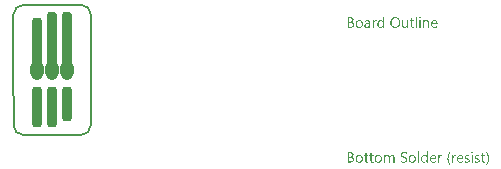
<source format=gbs>
G04*
G04 #@! TF.GenerationSoftware,Altium Limited,Altium Designer,21.9.2 (33)*
G04*
G04 Layer_Color=16711935*
%FSAX25Y25*%
%MOIN*%
G70*
G04*
G04 #@! TF.SameCoordinates,076CCB32-9F76-40D1-A627-3FF0FC58CD4E*
G04*
G04*
G04 #@! TF.FilePolarity,Negative*
G04*
G01*
G75*
%ADD10C,0.00787*%
G04:AMPARAMS|DCode=11|XSize=35.43mil|YSize=188.98mil|CornerRadius=13.82mil|HoleSize=0mil|Usage=FLASHONLY|Rotation=180.000|XOffset=0mil|YOffset=0mil|HoleType=Round|Shape=RoundedRectangle|*
%AMROUNDEDRECTD11*
21,1,0.03543,0.16134,0,0,180.0*
21,1,0.00780,0.18898,0,0,180.0*
1,1,0.02764,-0.00390,0.08067*
1,1,0.02764,0.00390,0.08067*
1,1,0.02764,0.00390,-0.08067*
1,1,0.02764,-0.00390,-0.08067*
%
%ADD11ROUNDEDRECTD11*%
G04:AMPARAMS|DCode=12|XSize=35.43mil|YSize=169.29mil|CornerRadius=13.82mil|HoleSize=0mil|Usage=FLASHONLY|Rotation=180.000|XOffset=0mil|YOffset=0mil|HoleType=Round|Shape=RoundedRectangle|*
%AMROUNDEDRECTD12*
21,1,0.03543,0.14165,0,0,180.0*
21,1,0.00780,0.16929,0,0,180.0*
1,1,0.02764,-0.00390,0.07083*
1,1,0.02764,0.00390,0.07083*
1,1,0.02764,0.00390,-0.07083*
1,1,0.02764,-0.00390,-0.07083*
%
%ADD12ROUNDEDRECTD12*%
G04:AMPARAMS|DCode=13|XSize=35.43mil|YSize=135.83mil|CornerRadius=13.82mil|HoleSize=0mil|Usage=FLASHONLY|Rotation=180.000|XOffset=0mil|YOffset=0mil|HoleType=Round|Shape=RoundedRectangle|*
%AMROUNDEDRECTD13*
21,1,0.03543,0.10819,0,0,180.0*
21,1,0.00780,0.13583,0,0,180.0*
1,1,0.02764,-0.00390,0.05409*
1,1,0.02764,0.00390,0.05409*
1,1,0.02764,0.00390,-0.05409*
1,1,0.02764,-0.00390,-0.05409*
%
%ADD13ROUNDEDRECTD13*%
G04:AMPARAMS|DCode=14|XSize=35.43mil|YSize=116.14mil|CornerRadius=13.82mil|HoleSize=0mil|Usage=FLASHONLY|Rotation=180.000|XOffset=0mil|YOffset=0mil|HoleType=Round|Shape=RoundedRectangle|*
%AMROUNDEDRECTD14*
21,1,0.03543,0.08850,0,0,180.0*
21,1,0.00780,0.11614,0,0,180.0*
1,1,0.02764,-0.00390,0.04425*
1,1,0.02764,0.00390,0.04425*
1,1,0.02764,0.00390,-0.04425*
1,1,0.02764,-0.00390,-0.04425*
%
%ADD14ROUNDEDRECTD14*%
%ADD15C,0.00591*%
%ADD16O,0.04370X0.06732*%
G36*
X0122595Y0017700D02*
X0122623Y0017694D01*
X0122651Y0017684D01*
X0122682Y0017669D01*
X0122713Y0017650D01*
X0122743Y0017626D01*
X0122747Y0017623D01*
X0122756Y0017613D01*
X0122768Y0017598D01*
X0122784Y0017576D01*
X0122796Y0017548D01*
X0122808Y0017517D01*
X0122818Y0017480D01*
X0122821Y0017440D01*
Y0017434D01*
Y0017422D01*
X0122818Y0017403D01*
X0122811Y0017375D01*
X0122802Y0017348D01*
X0122787Y0017317D01*
X0122768Y0017286D01*
X0122743Y0017255D01*
X0122740Y0017252D01*
X0122731Y0017243D01*
X0122713Y0017230D01*
X0122691Y0017218D01*
X0122663Y0017205D01*
X0122632Y0017193D01*
X0122598Y0017184D01*
X0122558Y0017181D01*
X0122540D01*
X0122521Y0017184D01*
X0122493Y0017190D01*
X0122465Y0017199D01*
X0122434Y0017212D01*
X0122404Y0017227D01*
X0122373Y0017252D01*
X0122370Y0017255D01*
X0122360Y0017264D01*
X0122348Y0017283D01*
X0122336Y0017304D01*
X0122323Y0017329D01*
X0122311Y0017363D01*
X0122302Y0017400D01*
X0122299Y0017440D01*
Y0017446D01*
Y0017459D01*
X0122302Y0017480D01*
X0122308Y0017505D01*
X0122317Y0017536D01*
X0122329Y0017567D01*
X0122348Y0017598D01*
X0122373Y0017626D01*
X0122376Y0017629D01*
X0122385Y0017638D01*
X0122404Y0017650D01*
X0122425Y0017666D01*
X0122453Y0017678D01*
X0122484Y0017691D01*
X0122518Y0017700D01*
X0122558Y0017703D01*
X0122577D01*
X0122595Y0017700D01*
D02*
G37*
G36*
X0110628Y0014035D02*
X0110226D01*
Y0014458D01*
X0110217D01*
X0110213Y0014452D01*
X0110204Y0014437D01*
X0110186Y0014415D01*
X0110164Y0014384D01*
X0110133Y0014347D01*
X0110099Y0014307D01*
X0110056Y0014264D01*
X0110003Y0014217D01*
X0109948Y0014171D01*
X0109883Y0014128D01*
X0109812Y0014088D01*
X0109735Y0014051D01*
X0109651Y0014020D01*
X0109558Y0013998D01*
X0109460Y0013983D01*
X0109354Y0013976D01*
X0109333D01*
X0109308Y0013980D01*
X0109277Y0013983D01*
X0109237Y0013986D01*
X0109191Y0013995D01*
X0109138Y0014004D01*
X0109083Y0014020D01*
X0109024Y0014035D01*
X0108962Y0014060D01*
X0108900Y0014085D01*
X0108835Y0014119D01*
X0108774Y0014156D01*
X0108712Y0014202D01*
X0108653Y0014254D01*
X0108598Y0014313D01*
X0108594Y0014316D01*
X0108585Y0014329D01*
X0108573Y0014347D01*
X0108554Y0014375D01*
X0108533Y0014409D01*
X0108508Y0014449D01*
X0108483Y0014499D01*
X0108458Y0014554D01*
X0108431Y0014616D01*
X0108406Y0014684D01*
X0108381Y0014761D01*
X0108360Y0014842D01*
X0108341Y0014928D01*
X0108329Y0015024D01*
X0108319Y0015123D01*
X0108316Y0015228D01*
Y0015231D01*
Y0015234D01*
Y0015243D01*
Y0015256D01*
X0108319Y0015286D01*
X0108323Y0015330D01*
X0108326Y0015385D01*
X0108332Y0015444D01*
X0108341Y0015512D01*
X0108356Y0015586D01*
X0108372Y0015664D01*
X0108394Y0015747D01*
X0108418Y0015827D01*
X0108449Y0015914D01*
X0108483Y0015994D01*
X0108526Y0016074D01*
X0108573Y0016152D01*
X0108628Y0016226D01*
X0108632Y0016229D01*
X0108644Y0016241D01*
X0108662Y0016260D01*
X0108687Y0016285D01*
X0108718Y0016312D01*
X0108755Y0016346D01*
X0108801Y0016380D01*
X0108851Y0016414D01*
X0108910Y0016448D01*
X0108971Y0016482D01*
X0109039Y0016516D01*
X0109114Y0016544D01*
X0109194Y0016569D01*
X0109280Y0016587D01*
X0109370Y0016600D01*
X0109466Y0016603D01*
X0109487D01*
X0109515Y0016600D01*
X0109549Y0016597D01*
X0109592Y0016590D01*
X0109642Y0016581D01*
X0109694Y0016569D01*
X0109753Y0016553D01*
X0109815Y0016532D01*
X0109877Y0016504D01*
X0109939Y0016470D01*
X0110000Y0016430D01*
X0110059Y0016384D01*
X0110118Y0016331D01*
X0110170Y0016266D01*
X0110217Y0016195D01*
X0110226D01*
Y0017749D01*
X0110628D01*
Y0014035D01*
D02*
G37*
G36*
X0124842Y0016600D02*
X0124869D01*
X0124903Y0016594D01*
X0124944Y0016587D01*
X0124987Y0016581D01*
X0125033Y0016569D01*
X0125083Y0016556D01*
X0125135Y0016538D01*
X0125188Y0016516D01*
X0125240Y0016489D01*
X0125290Y0016458D01*
X0125339Y0016424D01*
X0125385Y0016380D01*
X0125429Y0016334D01*
X0125432Y0016331D01*
X0125438Y0016322D01*
X0125450Y0016306D01*
X0125463Y0016285D01*
X0125478Y0016257D01*
X0125497Y0016223D01*
X0125518Y0016183D01*
X0125540Y0016139D01*
X0125558Y0016087D01*
X0125580Y0016031D01*
X0125599Y0015966D01*
X0125614Y0015898D01*
X0125627Y0015824D01*
X0125639Y0015744D01*
X0125645Y0015660D01*
X0125648Y0015568D01*
Y0014035D01*
X0125246D01*
Y0015466D01*
Y0015469D01*
Y0015475D01*
Y0015484D01*
Y0015500D01*
X0125243Y0015518D01*
Y0015540D01*
X0125237Y0015589D01*
X0125228Y0015651D01*
X0125215Y0015719D01*
X0125197Y0015790D01*
X0125172Y0015864D01*
X0125141Y0015938D01*
X0125104Y0016010D01*
X0125058Y0016078D01*
X0124999Y0016139D01*
X0124934Y0016189D01*
X0124897Y0016210D01*
X0124854Y0016229D01*
X0124811Y0016244D01*
X0124764Y0016254D01*
X0124715Y0016260D01*
X0124662Y0016263D01*
X0124635D01*
X0124613Y0016260D01*
X0124588Y0016257D01*
X0124557Y0016251D01*
X0124523Y0016244D01*
X0124489Y0016235D01*
X0124449Y0016223D01*
X0124409Y0016207D01*
X0124369Y0016189D01*
X0124326Y0016167D01*
X0124285Y0016139D01*
X0124242Y0016108D01*
X0124202Y0016074D01*
X0124165Y0016034D01*
X0124162Y0016031D01*
X0124156Y0016025D01*
X0124146Y0016013D01*
X0124134Y0015994D01*
X0124118Y0015972D01*
X0124103Y0015945D01*
X0124084Y0015914D01*
X0124066Y0015880D01*
X0124048Y0015840D01*
X0124029Y0015796D01*
X0124013Y0015750D01*
X0123998Y0015701D01*
X0123986Y0015645D01*
X0123976Y0015589D01*
X0123970Y0015528D01*
X0123967Y0015466D01*
Y0014035D01*
X0123565D01*
Y0016544D01*
X0123967D01*
Y0016127D01*
X0123976D01*
X0123979Y0016133D01*
X0123989Y0016149D01*
X0124007Y0016170D01*
X0124029Y0016201D01*
X0124060Y0016238D01*
X0124094Y0016278D01*
X0124137Y0016322D01*
X0124187Y0016365D01*
X0124242Y0016408D01*
X0124304Y0016452D01*
X0124372Y0016492D01*
X0124443Y0016529D01*
X0124523Y0016560D01*
X0124610Y0016581D01*
X0124703Y0016597D01*
X0124801Y0016603D01*
X0124820D01*
X0124842Y0016600D01*
D02*
G37*
G36*
X0107865Y0016584D02*
X0107899D01*
X0107936Y0016578D01*
X0107976Y0016572D01*
X0108017Y0016566D01*
X0108051Y0016553D01*
Y0016136D01*
X0108044Y0016139D01*
X0108032Y0016149D01*
X0108007Y0016161D01*
X0107973Y0016176D01*
X0107927Y0016192D01*
X0107878Y0016204D01*
X0107816Y0016214D01*
X0107745Y0016217D01*
X0107720D01*
X0107701Y0016214D01*
X0107680Y0016210D01*
X0107655Y0016204D01*
X0107596Y0016186D01*
X0107562Y0016173D01*
X0107528Y0016158D01*
X0107491Y0016136D01*
X0107454Y0016115D01*
X0107420Y0016087D01*
X0107383Y0016053D01*
X0107349Y0016016D01*
X0107315Y0015972D01*
X0107312Y0015969D01*
X0107309Y0015960D01*
X0107300Y0015948D01*
X0107287Y0015929D01*
X0107275Y0015904D01*
X0107260Y0015874D01*
X0107244Y0015840D01*
X0107229Y0015800D01*
X0107213Y0015756D01*
X0107198Y0015707D01*
X0107182Y0015651D01*
X0107170Y0015592D01*
X0107158Y0015528D01*
X0107148Y0015460D01*
X0107145Y0015389D01*
X0107142Y0015311D01*
Y0014035D01*
X0106740D01*
Y0016544D01*
X0107142D01*
Y0016025D01*
X0107151D01*
Y0016028D01*
X0107154Y0016037D01*
X0107161Y0016050D01*
X0107167Y0016068D01*
X0107176Y0016090D01*
X0107188Y0016118D01*
X0107216Y0016176D01*
X0107253Y0016244D01*
X0107300Y0016312D01*
X0107352Y0016377D01*
X0107414Y0016439D01*
X0107417Y0016442D01*
X0107423Y0016445D01*
X0107432Y0016452D01*
X0107445Y0016464D01*
X0107460Y0016473D01*
X0107482Y0016486D01*
X0107528Y0016513D01*
X0107587Y0016541D01*
X0107655Y0016566D01*
X0107729Y0016581D01*
X0107769Y0016584D01*
X0107809Y0016587D01*
X0107834D01*
X0107865Y0016584D01*
D02*
G37*
G36*
X0118628Y0014035D02*
X0118226D01*
Y0014431D01*
X0118217D01*
X0118214Y0014424D01*
X0118204Y0014412D01*
X0118189Y0014387D01*
X0118170Y0014359D01*
X0118142Y0014326D01*
X0118108Y0014288D01*
X0118071Y0014245D01*
X0118025Y0014205D01*
X0117976Y0014162D01*
X0117917Y0014122D01*
X0117855Y0014081D01*
X0117784Y0014048D01*
X0117707Y0014020D01*
X0117626Y0013995D01*
X0117537Y0013983D01*
X0117441Y0013976D01*
X0117419D01*
X0117404Y0013980D01*
X0117382D01*
X0117358Y0013983D01*
X0117330Y0013989D01*
X0117302Y0013992D01*
X0117234Y0014010D01*
X0117157Y0014032D01*
X0117076Y0014066D01*
X0117036Y0014088D01*
X0116993Y0014109D01*
X0116950Y0014137D01*
X0116910Y0014165D01*
X0116869Y0014199D01*
X0116829Y0014236D01*
X0116789Y0014279D01*
X0116752Y0014322D01*
X0116718Y0014372D01*
X0116684Y0014427D01*
X0116656Y0014486D01*
X0116628Y0014548D01*
X0116604Y0014616D01*
X0116582Y0014690D01*
X0116567Y0014771D01*
X0116554Y0014854D01*
X0116548Y0014947D01*
X0116545Y0015042D01*
Y0016544D01*
X0116944D01*
Y0015107D01*
Y0015104D01*
Y0015098D01*
Y0015089D01*
Y0015073D01*
X0116947Y0015055D01*
Y0015033D01*
X0116953Y0014984D01*
X0116962Y0014922D01*
X0116974Y0014857D01*
X0116996Y0014783D01*
X0117021Y0014712D01*
X0117052Y0014638D01*
X0117092Y0014563D01*
X0117141Y0014499D01*
X0117200Y0014437D01*
X0117271Y0014387D01*
X0117308Y0014366D01*
X0117351Y0014347D01*
X0117398Y0014332D01*
X0117444Y0014322D01*
X0117497Y0014316D01*
X0117552Y0014313D01*
X0117580D01*
X0117602Y0014316D01*
X0117626Y0014319D01*
X0117654Y0014326D01*
X0117688Y0014332D01*
X0117722Y0014341D01*
X0117759Y0014350D01*
X0117799Y0014366D01*
X0117840Y0014384D01*
X0117880Y0014406D01*
X0117920Y0014431D01*
X0117960Y0014458D01*
X0117997Y0014492D01*
X0118034Y0014529D01*
X0118037Y0014533D01*
X0118044Y0014539D01*
X0118053Y0014551D01*
X0118065Y0014570D01*
X0118078Y0014591D01*
X0118096Y0014616D01*
X0118112Y0014647D01*
X0118130Y0014681D01*
X0118149Y0014721D01*
X0118164Y0014764D01*
X0118183Y0014811D01*
X0118195Y0014860D01*
X0118207Y0014916D01*
X0118217Y0014971D01*
X0118223Y0015033D01*
X0118226Y0015098D01*
Y0016544D01*
X0118628D01*
Y0014035D01*
D02*
G37*
G36*
X0122753D02*
X0122351D01*
Y0016544D01*
X0122753D01*
Y0014035D01*
D02*
G37*
G36*
X0121538D02*
X0121137D01*
Y0017749D01*
X0121538D01*
Y0014035D01*
D02*
G37*
G36*
X0105137Y0016600D02*
X0105158D01*
X0105180Y0016597D01*
X0105208Y0016594D01*
X0105239Y0016587D01*
X0105304Y0016575D01*
X0105381Y0016553D01*
X0105458Y0016526D01*
X0105542Y0016486D01*
X0105625Y0016436D01*
X0105665Y0016408D01*
X0105705Y0016374D01*
X0105742Y0016337D01*
X0105779Y0016300D01*
X0105813Y0016257D01*
X0105844Y0016207D01*
X0105875Y0016158D01*
X0105903Y0016102D01*
X0105925Y0016040D01*
X0105946Y0015976D01*
X0105962Y0015908D01*
X0105974Y0015830D01*
X0105980Y0015753D01*
X0105983Y0015667D01*
Y0014035D01*
X0105582D01*
Y0014424D01*
X0105572D01*
X0105569Y0014418D01*
X0105560Y0014406D01*
X0105545Y0014384D01*
X0105523Y0014353D01*
X0105495Y0014319D01*
X0105461Y0014282D01*
X0105424Y0014242D01*
X0105378Y0014202D01*
X0105325Y0014159D01*
X0105270Y0014119D01*
X0105205Y0014081D01*
X0105137Y0014048D01*
X0105059Y0014017D01*
X0104979Y0013995D01*
X0104893Y0013983D01*
X0104800Y0013976D01*
X0104763D01*
X0104738Y0013980D01*
X0104707Y0013983D01*
X0104670Y0013986D01*
X0104630Y0013992D01*
X0104587Y0014001D01*
X0104491Y0014026D01*
X0104445Y0014041D01*
X0104395Y0014060D01*
X0104346Y0014081D01*
X0104299Y0014109D01*
X0104256Y0014140D01*
X0104213Y0014174D01*
X0104210Y0014177D01*
X0104203Y0014183D01*
X0104194Y0014196D01*
X0104179Y0014211D01*
X0104163Y0014230D01*
X0104148Y0014254D01*
X0104126Y0014282D01*
X0104108Y0014313D01*
X0104089Y0014350D01*
X0104071Y0014390D01*
X0104052Y0014434D01*
X0104037Y0014480D01*
X0104021Y0014529D01*
X0104012Y0014582D01*
X0104006Y0014641D01*
X0104003Y0014699D01*
Y0014703D01*
Y0014709D01*
Y0014718D01*
X0104006Y0014730D01*
Y0014746D01*
X0104009Y0014764D01*
X0104015Y0014811D01*
X0104027Y0014866D01*
X0104046Y0014928D01*
X0104071Y0014996D01*
X0104108Y0015067D01*
X0104151Y0015138D01*
X0104203Y0015209D01*
X0104237Y0015243D01*
X0104271Y0015277D01*
X0104312Y0015311D01*
X0104352Y0015342D01*
X0104398Y0015373D01*
X0104448Y0015401D01*
X0104500Y0015426D01*
X0104559Y0015450D01*
X0104621Y0015472D01*
X0104685Y0015491D01*
X0104757Y0015506D01*
X0104831Y0015518D01*
X0105582Y0015623D01*
Y0015626D01*
Y0015630D01*
Y0015639D01*
Y0015651D01*
X0105578Y0015682D01*
X0105572Y0015722D01*
X0105566Y0015772D01*
X0105554Y0015827D01*
X0105538Y0015883D01*
X0105517Y0015945D01*
X0105489Y0016003D01*
X0105455Y0016062D01*
X0105415Y0016115D01*
X0105365Y0016164D01*
X0105304Y0016204D01*
X0105236Y0016235D01*
X0105199Y0016248D01*
X0105155Y0016257D01*
X0105112Y0016260D01*
X0105066Y0016263D01*
X0105044D01*
X0105022Y0016260D01*
X0104988Y0016257D01*
X0104948Y0016254D01*
X0104902Y0016248D01*
X0104849Y0016238D01*
X0104794Y0016226D01*
X0104732Y0016207D01*
X0104667Y0016189D01*
X0104599Y0016164D01*
X0104528Y0016133D01*
X0104457Y0016096D01*
X0104386Y0016056D01*
X0104315Y0016010D01*
X0104247Y0015954D01*
Y0016365D01*
X0104250Y0016368D01*
X0104262Y0016374D01*
X0104284Y0016387D01*
X0104312Y0016402D01*
X0104349Y0016421D01*
X0104389Y0016439D01*
X0104438Y0016461D01*
X0104494Y0016486D01*
X0104553Y0016507D01*
X0104618Y0016529D01*
X0104689Y0016547D01*
X0104763Y0016566D01*
X0104843Y0016581D01*
X0104923Y0016594D01*
X0105010Y0016600D01*
X0105100Y0016603D01*
X0105121D01*
X0105137Y0016600D01*
D02*
G37*
G36*
X0099501Y0017545D02*
X0099538Y0017542D01*
X0099581Y0017536D01*
X0099630Y0017530D01*
X0099686Y0017521D01*
X0099742Y0017508D01*
X0099800Y0017493D01*
X0099862Y0017474D01*
X0099921Y0017453D01*
X0099983Y0017428D01*
X0100038Y0017397D01*
X0100094Y0017363D01*
X0100146Y0017323D01*
X0100149Y0017320D01*
X0100159Y0017314D01*
X0100171Y0017301D01*
X0100187Y0017283D01*
X0100208Y0017261D01*
X0100230Y0017233D01*
X0100254Y0017202D01*
X0100279Y0017168D01*
X0100304Y0017128D01*
X0100329Y0017085D01*
X0100350Y0017036D01*
X0100372Y0016986D01*
X0100387Y0016930D01*
X0100400Y0016872D01*
X0100409Y0016810D01*
X0100412Y0016745D01*
Y0016742D01*
Y0016733D01*
Y0016717D01*
X0100409Y0016696D01*
X0100406Y0016668D01*
X0100403Y0016640D01*
X0100400Y0016606D01*
X0100393Y0016569D01*
X0100372Y0016486D01*
X0100344Y0016399D01*
X0100326Y0016353D01*
X0100304Y0016309D01*
X0100279Y0016266D01*
X0100251Y0016223D01*
X0100248Y0016220D01*
X0100245Y0016214D01*
X0100236Y0016201D01*
X0100221Y0016186D01*
X0100205Y0016170D01*
X0100187Y0016149D01*
X0100162Y0016127D01*
X0100137Y0016102D01*
X0100106Y0016078D01*
X0100072Y0016050D01*
X0100035Y0016025D01*
X0099995Y0015997D01*
X0099952Y0015972D01*
X0099908Y0015951D01*
X0099806Y0015911D01*
Y0015901D01*
X0099809D01*
X0099822Y0015898D01*
X0099840Y0015895D01*
X0099865Y0015892D01*
X0099896Y0015886D01*
X0099930Y0015877D01*
X0099970Y0015864D01*
X0100010Y0015852D01*
X0100100Y0015818D01*
X0100149Y0015796D01*
X0100196Y0015769D01*
X0100242Y0015741D01*
X0100288Y0015710D01*
X0100335Y0015673D01*
X0100375Y0015633D01*
X0100378Y0015630D01*
X0100384Y0015623D01*
X0100393Y0015611D01*
X0100409Y0015592D01*
X0100424Y0015568D01*
X0100443Y0015543D01*
X0100461Y0015509D01*
X0100483Y0015475D01*
X0100502Y0015435D01*
X0100520Y0015389D01*
X0100539Y0015342D01*
X0100554Y0015290D01*
X0100570Y0015231D01*
X0100579Y0015172D01*
X0100585Y0015110D01*
X0100588Y0015042D01*
Y0015036D01*
Y0015024D01*
X0100585Y0014999D01*
X0100582Y0014968D01*
X0100579Y0014928D01*
X0100570Y0014885D01*
X0100560Y0014835D01*
X0100548Y0014783D01*
X0100530Y0014724D01*
X0100508Y0014665D01*
X0100483Y0014607D01*
X0100452Y0014545D01*
X0100415Y0014483D01*
X0100372Y0014424D01*
X0100322Y0014369D01*
X0100264Y0014313D01*
X0100261Y0014310D01*
X0100248Y0014301D01*
X0100230Y0014288D01*
X0100205Y0014270D01*
X0100174Y0014248D01*
X0100134Y0014227D01*
X0100091Y0014199D01*
X0100041Y0014174D01*
X0099983Y0014149D01*
X0099921Y0014125D01*
X0099856Y0014100D01*
X0099782Y0014078D01*
X0099704Y0014060D01*
X0099624Y0014048D01*
X0099538Y0014038D01*
X0099448Y0014035D01*
X0098425D01*
Y0017548D01*
X0099467D01*
X0099501Y0017545D01*
D02*
G37*
G36*
X0119969Y0016544D02*
X0120602D01*
Y0016198D01*
X0119969D01*
Y0014786D01*
Y0014783D01*
Y0014774D01*
Y0014761D01*
Y0014746D01*
X0119972Y0014724D01*
X0119975Y0014699D01*
X0119981Y0014647D01*
X0119990Y0014585D01*
X0120006Y0014526D01*
X0120027Y0014471D01*
X0120040Y0014446D01*
X0120055Y0014424D01*
X0120058Y0014421D01*
X0120071Y0014409D01*
X0120092Y0014390D01*
X0120123Y0014372D01*
X0120163Y0014350D01*
X0120213Y0014335D01*
X0120272Y0014322D01*
X0120340Y0014316D01*
X0120364D01*
X0120392Y0014319D01*
X0120429Y0014326D01*
X0120469Y0014338D01*
X0120516Y0014350D01*
X0120559Y0014372D01*
X0120602Y0014400D01*
Y0014057D01*
X0120599D01*
X0120596Y0014054D01*
X0120587Y0014051D01*
X0120577Y0014044D01*
X0120543Y0014032D01*
X0120503Y0014020D01*
X0120448Y0014007D01*
X0120383Y0013995D01*
X0120309Y0013986D01*
X0120225Y0013983D01*
X0120197D01*
X0120163Y0013989D01*
X0120123Y0013995D01*
X0120074Y0014004D01*
X0120018Y0014023D01*
X0119956Y0014044D01*
X0119898Y0014075D01*
X0119836Y0014112D01*
X0119774Y0014162D01*
X0119718Y0014220D01*
X0119694Y0014254D01*
X0119669Y0014292D01*
X0119647Y0014332D01*
X0119629Y0014375D01*
X0119610Y0014421D01*
X0119595Y0014474D01*
X0119582Y0014526D01*
X0119573Y0014585D01*
X0119570Y0014647D01*
X0119567Y0014715D01*
Y0016198D01*
X0119138D01*
Y0016544D01*
X0119567D01*
Y0017156D01*
X0119969Y0017286D01*
Y0016544D01*
D02*
G37*
G36*
X0127437Y0016600D02*
X0127471Y0016597D01*
X0127515Y0016594D01*
X0127561Y0016587D01*
X0127613Y0016575D01*
X0127669Y0016563D01*
X0127731Y0016547D01*
X0127793Y0016526D01*
X0127854Y0016498D01*
X0127919Y0016467D01*
X0127981Y0016430D01*
X0128040Y0016387D01*
X0128098Y0016337D01*
X0128151Y0016282D01*
X0128154Y0016278D01*
X0128163Y0016266D01*
X0128176Y0016248D01*
X0128194Y0016223D01*
X0128213Y0016192D01*
X0128237Y0016152D01*
X0128262Y0016105D01*
X0128287Y0016053D01*
X0128312Y0015991D01*
X0128336Y0015926D01*
X0128361Y0015852D01*
X0128380Y0015775D01*
X0128398Y0015688D01*
X0128410Y0015599D01*
X0128420Y0015500D01*
X0128423Y0015398D01*
Y0015188D01*
X0126649D01*
Y0015181D01*
Y0015169D01*
X0126652Y0015147D01*
X0126655Y0015120D01*
X0126658Y0015083D01*
X0126665Y0015042D01*
X0126671Y0014999D01*
X0126683Y0014950D01*
X0126711Y0014845D01*
X0126730Y0014792D01*
X0126751Y0014737D01*
X0126776Y0014684D01*
X0126804Y0014631D01*
X0126838Y0014585D01*
X0126875Y0014539D01*
X0126878Y0014536D01*
X0126884Y0014529D01*
X0126897Y0014517D01*
X0126915Y0014505D01*
X0126937Y0014486D01*
X0126964Y0014468D01*
X0126995Y0014446D01*
X0127029Y0014427D01*
X0127069Y0014406D01*
X0127116Y0014384D01*
X0127162Y0014366D01*
X0127218Y0014347D01*
X0127273Y0014335D01*
X0127335Y0014322D01*
X0127400Y0014316D01*
X0127468Y0014313D01*
X0127487D01*
X0127508Y0014316D01*
X0127539D01*
X0127576Y0014322D01*
X0127620Y0014329D01*
X0127669Y0014338D01*
X0127725Y0014347D01*
X0127783Y0014363D01*
X0127845Y0014381D01*
X0127910Y0014403D01*
X0127975Y0014431D01*
X0128043Y0014461D01*
X0128111Y0014499D01*
X0128179Y0014542D01*
X0128247Y0014591D01*
Y0014214D01*
X0128244Y0014211D01*
X0128231Y0014205D01*
X0128213Y0014193D01*
X0128188Y0014177D01*
X0128154Y0014159D01*
X0128114Y0014140D01*
X0128068Y0014119D01*
X0128015Y0014097D01*
X0127953Y0014072D01*
X0127888Y0014051D01*
X0127817Y0014032D01*
X0127740Y0014014D01*
X0127657Y0013998D01*
X0127567Y0013986D01*
X0127471Y0013980D01*
X0127372Y0013976D01*
X0127348D01*
X0127323Y0013980D01*
X0127286Y0013983D01*
X0127239Y0013986D01*
X0127187Y0013995D01*
X0127131Y0014004D01*
X0127069Y0014020D01*
X0127005Y0014038D01*
X0126937Y0014060D01*
X0126866Y0014088D01*
X0126798Y0014119D01*
X0126726Y0014159D01*
X0126662Y0014205D01*
X0126597Y0014258D01*
X0126538Y0014316D01*
X0126535Y0014319D01*
X0126526Y0014332D01*
X0126510Y0014353D01*
X0126492Y0014381D01*
X0126467Y0014415D01*
X0126442Y0014458D01*
X0126414Y0014508D01*
X0126387Y0014567D01*
X0126359Y0014628D01*
X0126331Y0014703D01*
X0126306Y0014780D01*
X0126281Y0014866D01*
X0126263Y0014959D01*
X0126248Y0015058D01*
X0126238Y0015166D01*
X0126235Y0015277D01*
Y0015280D01*
Y0015283D01*
Y0015293D01*
Y0015302D01*
X0126238Y0015333D01*
X0126241Y0015376D01*
X0126244Y0015426D01*
X0126254Y0015481D01*
X0126263Y0015546D01*
X0126275Y0015617D01*
X0126294Y0015691D01*
X0126315Y0015769D01*
X0126343Y0015849D01*
X0126374Y0015929D01*
X0126411Y0016006D01*
X0126458Y0016087D01*
X0126507Y0016161D01*
X0126566Y0016232D01*
X0126569Y0016235D01*
X0126581Y0016248D01*
X0126600Y0016266D01*
X0126625Y0016291D01*
X0126658Y0016319D01*
X0126699Y0016350D01*
X0126742Y0016384D01*
X0126795Y0016418D01*
X0126850Y0016452D01*
X0126915Y0016486D01*
X0126983Y0016516D01*
X0127054Y0016544D01*
X0127131Y0016569D01*
X0127215Y0016587D01*
X0127301Y0016600D01*
X0127391Y0016603D01*
X0127412D01*
X0127437Y0016600D01*
D02*
G37*
G36*
X0114394Y0017604D02*
X0114416D01*
X0114438Y0017601D01*
X0114465D01*
X0114527Y0017592D01*
X0114598Y0017582D01*
X0114679Y0017567D01*
X0114765Y0017545D01*
X0114855Y0017521D01*
X0114951Y0017487D01*
X0115046Y0017446D01*
X0115145Y0017400D01*
X0115244Y0017345D01*
X0115337Y0017280D01*
X0115429Y0017202D01*
X0115516Y0017116D01*
X0115522Y0017110D01*
X0115534Y0017094D01*
X0115556Y0017066D01*
X0115587Y0017026D01*
X0115618Y0016977D01*
X0115658Y0016918D01*
X0115698Y0016850D01*
X0115738Y0016773D01*
X0115779Y0016683D01*
X0115819Y0016587D01*
X0115859Y0016482D01*
X0115893Y0016368D01*
X0115921Y0016244D01*
X0115942Y0016115D01*
X0115955Y0015979D01*
X0115961Y0015834D01*
Y0015830D01*
Y0015824D01*
Y0015812D01*
Y0015796D01*
X0115958Y0015775D01*
Y0015750D01*
X0115955Y0015722D01*
Y0015691D01*
X0115952Y0015657D01*
X0115949Y0015620D01*
X0115936Y0015537D01*
X0115924Y0015441D01*
X0115905Y0015342D01*
X0115881Y0015234D01*
X0115850Y0015123D01*
X0115813Y0015011D01*
X0115769Y0014897D01*
X0115717Y0014786D01*
X0115655Y0014675D01*
X0115584Y0014573D01*
X0115504Y0014474D01*
X0115497Y0014468D01*
X0115482Y0014452D01*
X0115457Y0014427D01*
X0115420Y0014397D01*
X0115374Y0014359D01*
X0115318Y0014316D01*
X0115256Y0014273D01*
X0115182Y0014227D01*
X0115099Y0014180D01*
X0115006Y0014134D01*
X0114907Y0014091D01*
X0114799Y0014054D01*
X0114682Y0014023D01*
X0114558Y0013998D01*
X0114425Y0013983D01*
X0114286Y0013976D01*
X0114252D01*
X0114237Y0013980D01*
X0114215D01*
X0114190Y0013983D01*
X0114163Y0013986D01*
X0114098Y0013992D01*
X0114027Y0014001D01*
X0113943Y0014017D01*
X0113857Y0014038D01*
X0113761Y0014063D01*
X0113665Y0014097D01*
X0113566Y0014137D01*
X0113464Y0014183D01*
X0113365Y0014239D01*
X0113270Y0014307D01*
X0113174Y0014381D01*
X0113087Y0014468D01*
X0113081Y0014474D01*
X0113069Y0014489D01*
X0113047Y0014517D01*
X0113016Y0014557D01*
X0112982Y0014607D01*
X0112945Y0014665D01*
X0112905Y0014733D01*
X0112865Y0014814D01*
X0112821Y0014900D01*
X0112781Y0014996D01*
X0112744Y0015101D01*
X0112710Y0015215D01*
X0112679Y0015339D01*
X0112658Y0015469D01*
X0112645Y0015605D01*
X0112639Y0015750D01*
Y0015753D01*
Y0015759D01*
Y0015772D01*
Y0015787D01*
X0112642Y0015809D01*
Y0015830D01*
X0112645Y0015858D01*
Y0015889D01*
X0112648Y0015923D01*
X0112655Y0015963D01*
X0112664Y0016044D01*
X0112676Y0016136D01*
X0112698Y0016235D01*
X0112720Y0016343D01*
X0112750Y0016452D01*
X0112787Y0016563D01*
X0112831Y0016677D01*
X0112883Y0016788D01*
X0112945Y0016896D01*
X0113016Y0017002D01*
X0113096Y0017100D01*
X0113103Y0017107D01*
X0113118Y0017122D01*
X0113143Y0017147D01*
X0113180Y0017181D01*
X0113226Y0017218D01*
X0113285Y0017261D01*
X0113350Y0017307D01*
X0113424Y0017354D01*
X0113511Y0017400D01*
X0113603Y0017446D01*
X0113705Y0017490D01*
X0113816Y0017527D01*
X0113937Y0017561D01*
X0114064Y0017585D01*
X0114200Y0017601D01*
X0114345Y0017607D01*
X0114376D01*
X0114394Y0017604D01*
D02*
G37*
G36*
X0102408Y0016600D02*
X0102448Y0016597D01*
X0102495Y0016594D01*
X0102550Y0016584D01*
X0102609Y0016575D01*
X0102674Y0016560D01*
X0102745Y0016541D01*
X0102816Y0016520D01*
X0102887Y0016492D01*
X0102961Y0016458D01*
X0103032Y0016418D01*
X0103103Y0016371D01*
X0103168Y0016319D01*
X0103230Y0016257D01*
X0103233Y0016254D01*
X0103243Y0016241D01*
X0103258Y0016220D01*
X0103280Y0016192D01*
X0103304Y0016158D01*
X0103329Y0016115D01*
X0103360Y0016065D01*
X0103388Y0016006D01*
X0103419Y0015942D01*
X0103446Y0015871D01*
X0103471Y0015793D01*
X0103496Y0015707D01*
X0103517Y0015614D01*
X0103533Y0015515D01*
X0103542Y0015410D01*
X0103545Y0015299D01*
Y0015296D01*
Y0015293D01*
Y0015283D01*
Y0015271D01*
X0103542Y0015240D01*
X0103539Y0015200D01*
X0103536Y0015147D01*
X0103527Y0015089D01*
X0103517Y0015024D01*
X0103502Y0014953D01*
X0103483Y0014879D01*
X0103462Y0014798D01*
X0103434Y0014718D01*
X0103403Y0014638D01*
X0103363Y0014557D01*
X0103317Y0014480D01*
X0103264Y0014406D01*
X0103205Y0014335D01*
X0103202Y0014332D01*
X0103190Y0014319D01*
X0103171Y0014301D01*
X0103144Y0014279D01*
X0103110Y0014251D01*
X0103069Y0014220D01*
X0103020Y0014190D01*
X0102964Y0014156D01*
X0102903Y0014122D01*
X0102835Y0014091D01*
X0102761Y0014060D01*
X0102680Y0014032D01*
X0102591Y0014010D01*
X0102498Y0013992D01*
X0102402Y0013980D01*
X0102297Y0013976D01*
X0102272D01*
X0102244Y0013980D01*
X0102204Y0013983D01*
X0102158Y0013986D01*
X0102102Y0013995D01*
X0102044Y0014004D01*
X0101979Y0014020D01*
X0101908Y0014038D01*
X0101837Y0014063D01*
X0101762Y0014091D01*
X0101688Y0014125D01*
X0101614Y0014165D01*
X0101540Y0014211D01*
X0101472Y0014264D01*
X0101407Y0014326D01*
X0101404Y0014329D01*
X0101392Y0014341D01*
X0101376Y0014363D01*
X0101355Y0014390D01*
X0101330Y0014424D01*
X0101302Y0014468D01*
X0101274Y0014517D01*
X0101243Y0014576D01*
X0101212Y0014638D01*
X0101181Y0014709D01*
X0101154Y0014786D01*
X0101129Y0014869D01*
X0101107Y0014956D01*
X0101092Y0015052D01*
X0101079Y0015154D01*
X0101076Y0015259D01*
Y0015262D01*
Y0015265D01*
Y0015274D01*
Y0015286D01*
X0101079Y0015321D01*
X0101083Y0015364D01*
X0101086Y0015416D01*
X0101095Y0015478D01*
X0101104Y0015546D01*
X0101120Y0015620D01*
X0101138Y0015698D01*
X0101160Y0015778D01*
X0101188Y0015861D01*
X0101222Y0015945D01*
X0101262Y0016025D01*
X0101305Y0016102D01*
X0101358Y0016176D01*
X0101419Y0016248D01*
X0101423Y0016251D01*
X0101435Y0016263D01*
X0101456Y0016282D01*
X0101484Y0016303D01*
X0101518Y0016331D01*
X0101561Y0016359D01*
X0101611Y0016393D01*
X0101667Y0016427D01*
X0101728Y0016458D01*
X0101799Y0016492D01*
X0101877Y0016520D01*
X0101960Y0016547D01*
X0102050Y0016569D01*
X0102146Y0016587D01*
X0102248Y0016600D01*
X0102356Y0016603D01*
X0102380D01*
X0102408Y0016600D01*
D02*
G37*
G36*
X0140004Y-0027231D02*
X0140032Y-0027237D01*
X0140060Y-0027246D01*
X0140091Y-0027262D01*
X0140122Y-0027280D01*
X0140153Y-0027305D01*
X0140156Y-0027308D01*
X0140165Y-0027318D01*
X0140177Y-0027333D01*
X0140193Y-0027355D01*
X0140205Y-0027382D01*
X0140217Y-0027413D01*
X0140227Y-0027450D01*
X0140230Y-0027490D01*
Y-0027497D01*
Y-0027509D01*
X0140227Y-0027528D01*
X0140220Y-0027555D01*
X0140211Y-0027583D01*
X0140196Y-0027614D01*
X0140177Y-0027645D01*
X0140153Y-0027676D01*
X0140149Y-0027679D01*
X0140140Y-0027688D01*
X0140122Y-0027701D01*
X0140100Y-0027713D01*
X0140072Y-0027725D01*
X0140041Y-0027738D01*
X0140007Y-0027747D01*
X0139967Y-0027750D01*
X0139949D01*
X0139930Y-0027747D01*
X0139902Y-0027741D01*
X0139874Y-0027731D01*
X0139844Y-0027719D01*
X0139813Y-0027704D01*
X0139782Y-0027679D01*
X0139779Y-0027676D01*
X0139769Y-0027667D01*
X0139757Y-0027648D01*
X0139745Y-0027626D01*
X0139732Y-0027602D01*
X0139720Y-0027568D01*
X0139711Y-0027531D01*
X0139708Y-0027490D01*
Y-0027484D01*
Y-0027472D01*
X0139711Y-0027450D01*
X0139717Y-0027426D01*
X0139726Y-0027395D01*
X0139739Y-0027364D01*
X0139757Y-0027333D01*
X0139782Y-0027305D01*
X0139785Y-0027302D01*
X0139794Y-0027293D01*
X0139813Y-0027280D01*
X0139834Y-0027265D01*
X0139862Y-0027253D01*
X0139893Y-0027240D01*
X0139927Y-0027231D01*
X0139967Y-0027228D01*
X0139986D01*
X0140004Y-0027231D01*
D02*
G37*
G36*
X0117426Y-0027327D02*
X0117469D01*
X0117518Y-0027330D01*
X0117574Y-0027333D01*
X0117633Y-0027339D01*
X0117756Y-0027355D01*
X0117880Y-0027376D01*
X0117942Y-0027392D01*
X0117997Y-0027407D01*
X0118053Y-0027429D01*
X0118099Y-0027450D01*
Y-0027914D01*
X0118096Y-0027911D01*
X0118084Y-0027905D01*
X0118068Y-0027895D01*
X0118044Y-0027880D01*
X0118013Y-0027864D01*
X0117976Y-0027846D01*
X0117932Y-0027824D01*
X0117883Y-0027806D01*
X0117827Y-0027784D01*
X0117765Y-0027766D01*
X0117701Y-0027747D01*
X0117630Y-0027731D01*
X0117555Y-0027716D01*
X0117475Y-0027707D01*
X0117388Y-0027701D01*
X0117299Y-0027698D01*
X0117250D01*
X0117216Y-0027701D01*
X0117175Y-0027704D01*
X0117129Y-0027710D01*
X0117079Y-0027716D01*
X0117030Y-0027725D01*
X0117024D01*
X0117008Y-0027731D01*
X0116984Y-0027738D01*
X0116950Y-0027747D01*
X0116913Y-0027759D01*
X0116873Y-0027775D01*
X0116829Y-0027796D01*
X0116789Y-0027818D01*
X0116786Y-0027821D01*
X0116771Y-0027830D01*
X0116752Y-0027843D01*
X0116727Y-0027861D01*
X0116702Y-0027886D01*
X0116672Y-0027914D01*
X0116644Y-0027945D01*
X0116619Y-0027982D01*
X0116616Y-0027985D01*
X0116610Y-0028000D01*
X0116597Y-0028022D01*
X0116588Y-0028050D01*
X0116576Y-0028084D01*
X0116563Y-0028127D01*
X0116557Y-0028173D01*
X0116554Y-0028226D01*
Y-0028232D01*
Y-0028248D01*
X0116557Y-0028275D01*
X0116560Y-0028306D01*
X0116567Y-0028343D01*
X0116576Y-0028383D01*
X0116588Y-0028424D01*
X0116604Y-0028461D01*
X0116607Y-0028464D01*
X0116613Y-0028476D01*
X0116625Y-0028495D01*
X0116641Y-0028519D01*
X0116662Y-0028547D01*
X0116687Y-0028578D01*
X0116718Y-0028609D01*
X0116752Y-0028640D01*
X0116755Y-0028643D01*
X0116771Y-0028652D01*
X0116792Y-0028671D01*
X0116820Y-0028689D01*
X0116854Y-0028714D01*
X0116894Y-0028739D01*
X0116940Y-0028770D01*
X0116990Y-0028798D01*
X0116993D01*
X0116996Y-0028801D01*
X0117015Y-0028810D01*
X0117045Y-0028825D01*
X0117083Y-0028847D01*
X0117132Y-0028869D01*
X0117188Y-0028896D01*
X0117250Y-0028927D01*
X0117314Y-0028961D01*
X0117317D01*
X0117324Y-0028964D01*
X0117333Y-0028971D01*
X0117345Y-0028977D01*
X0117364Y-0028986D01*
X0117382Y-0028995D01*
X0117429Y-0029020D01*
X0117484Y-0029051D01*
X0117546Y-0029085D01*
X0117608Y-0029119D01*
X0117673Y-0029159D01*
X0117676D01*
X0117679Y-0029162D01*
X0117688Y-0029168D01*
X0117701Y-0029178D01*
X0117735Y-0029199D01*
X0117775Y-0029227D01*
X0117821Y-0029261D01*
X0117871Y-0029298D01*
X0117920Y-0029341D01*
X0117969Y-0029388D01*
X0117976Y-0029394D01*
X0117991Y-0029409D01*
X0118013Y-0029434D01*
X0118044Y-0029468D01*
X0118075Y-0029508D01*
X0118108Y-0029555D01*
X0118139Y-0029607D01*
X0118170Y-0029663D01*
Y-0029666D01*
X0118173Y-0029669D01*
X0118176Y-0029678D01*
X0118183Y-0029691D01*
X0118195Y-0029722D01*
X0118210Y-0029762D01*
X0118223Y-0029814D01*
X0118235Y-0029873D01*
X0118245Y-0029938D01*
X0118247Y-0030009D01*
Y-0030012D01*
Y-0030021D01*
Y-0030034D01*
Y-0030052D01*
X0118245Y-0030074D01*
X0118241Y-0030102D01*
X0118238Y-0030129D01*
X0118235Y-0030160D01*
X0118223Y-0030231D01*
X0118204Y-0030305D01*
X0118180Y-0030380D01*
X0118146Y-0030451D01*
Y-0030454D01*
X0118142Y-0030460D01*
X0118136Y-0030469D01*
X0118127Y-0030482D01*
X0118105Y-0030512D01*
X0118075Y-0030556D01*
X0118034Y-0030602D01*
X0117988Y-0030652D01*
X0117932Y-0030698D01*
X0117871Y-0030744D01*
X0117868D01*
X0117861Y-0030751D01*
X0117852Y-0030754D01*
X0117840Y-0030763D01*
X0117824Y-0030772D01*
X0117803Y-0030781D01*
X0117756Y-0030806D01*
X0117698Y-0030831D01*
X0117630Y-0030859D01*
X0117555Y-0030883D01*
X0117472Y-0030905D01*
X0117469D01*
X0117463Y-0030908D01*
X0117450D01*
X0117432Y-0030911D01*
X0117413Y-0030917D01*
X0117388Y-0030920D01*
X0117361Y-0030924D01*
X0117327Y-0030930D01*
X0117256Y-0030939D01*
X0117175Y-0030945D01*
X0117089Y-0030951D01*
X0116996Y-0030954D01*
X0116962D01*
X0116940Y-0030951D01*
X0116910D01*
X0116873Y-0030948D01*
X0116832Y-0030945D01*
X0116789Y-0030939D01*
X0116783D01*
X0116767Y-0030936D01*
X0116743Y-0030933D01*
X0116712Y-0030930D01*
X0116675Y-0030924D01*
X0116631Y-0030917D01*
X0116588Y-0030911D01*
X0116539Y-0030902D01*
X0116533D01*
X0116517Y-0030899D01*
X0116492Y-0030893D01*
X0116462Y-0030883D01*
X0116424Y-0030877D01*
X0116384Y-0030865D01*
X0116298Y-0030840D01*
X0116292Y-0030837D01*
X0116279Y-0030834D01*
X0116258Y-0030825D01*
X0116233Y-0030815D01*
X0116205Y-0030803D01*
X0116174Y-0030788D01*
X0116143Y-0030772D01*
X0116115Y-0030754D01*
Y-0030268D01*
X0116119Y-0030272D01*
X0116131Y-0030281D01*
X0116149Y-0030296D01*
X0116171Y-0030312D01*
X0116202Y-0030333D01*
X0116236Y-0030355D01*
X0116273Y-0030380D01*
X0116316Y-0030401D01*
X0116323Y-0030404D01*
X0116338Y-0030411D01*
X0116359Y-0030423D01*
X0116391Y-0030435D01*
X0116428Y-0030451D01*
X0116468Y-0030469D01*
X0116514Y-0030488D01*
X0116560Y-0030503D01*
X0116567Y-0030506D01*
X0116582Y-0030509D01*
X0116610Y-0030516D01*
X0116641Y-0030525D01*
X0116681Y-0030537D01*
X0116724Y-0030547D01*
X0116820Y-0030565D01*
X0116826D01*
X0116842Y-0030568D01*
X0116866Y-0030571D01*
X0116900Y-0030574D01*
X0116937Y-0030580D01*
X0116978Y-0030584D01*
X0117061Y-0030587D01*
X0117098D01*
X0117123Y-0030584D01*
X0117154D01*
X0117191Y-0030580D01*
X0117231Y-0030574D01*
X0117274Y-0030568D01*
X0117367Y-0030553D01*
X0117460Y-0030528D01*
X0117549Y-0030494D01*
X0117589Y-0030472D01*
X0117626Y-0030448D01*
X0117630Y-0030445D01*
X0117636Y-0030441D01*
X0117645Y-0030432D01*
X0117657Y-0030420D01*
X0117670Y-0030408D01*
X0117685Y-0030389D01*
X0117704Y-0030367D01*
X0117722Y-0030343D01*
X0117738Y-0030315D01*
X0117756Y-0030287D01*
X0117787Y-0030216D01*
X0117796Y-0030176D01*
X0117806Y-0030132D01*
X0117812Y-0030089D01*
X0117815Y-0030040D01*
Y-0030037D01*
Y-0030034D01*
Y-0030015D01*
X0117812Y-0029990D01*
X0117809Y-0029956D01*
X0117799Y-0029916D01*
X0117790Y-0029876D01*
X0117775Y-0029833D01*
X0117753Y-0029793D01*
X0117750Y-0029786D01*
X0117741Y-0029774D01*
X0117728Y-0029755D01*
X0117710Y-0029728D01*
X0117685Y-0029700D01*
X0117654Y-0029666D01*
X0117620Y-0029635D01*
X0117580Y-0029601D01*
X0117574Y-0029598D01*
X0117562Y-0029585D01*
X0117537Y-0029567D01*
X0117506Y-0029545D01*
X0117466Y-0029521D01*
X0117422Y-0029493D01*
X0117373Y-0029462D01*
X0117317Y-0029434D01*
X0117314D01*
X0117311Y-0029431D01*
X0117302Y-0029425D01*
X0117293Y-0029419D01*
X0117262Y-0029403D01*
X0117222Y-0029382D01*
X0117172Y-0029357D01*
X0117117Y-0029329D01*
X0117058Y-0029298D01*
X0116993Y-0029264D01*
X0116990D01*
X0116984Y-0029261D01*
X0116974Y-0029255D01*
X0116962Y-0029249D01*
X0116928Y-0029230D01*
X0116882Y-0029206D01*
X0116829Y-0029178D01*
X0116771Y-0029147D01*
X0116650Y-0029076D01*
X0116647D01*
X0116644Y-0029073D01*
X0116635Y-0029066D01*
X0116622Y-0029060D01*
X0116594Y-0029039D01*
X0116557Y-0029014D01*
X0116514Y-0028983D01*
X0116468Y-0028946D01*
X0116421Y-0028909D01*
X0116375Y-0028866D01*
X0116369Y-0028859D01*
X0116357Y-0028844D01*
X0116335Y-0028822D01*
X0116307Y-0028791D01*
X0116279Y-0028751D01*
X0116248Y-0028708D01*
X0116217Y-0028659D01*
X0116190Y-0028606D01*
Y-0028603D01*
X0116186Y-0028600D01*
X0116183Y-0028591D01*
X0116180Y-0028578D01*
X0116168Y-0028547D01*
X0116156Y-0028507D01*
X0116143Y-0028458D01*
X0116131Y-0028399D01*
X0116125Y-0028334D01*
X0116122Y-0028263D01*
Y-0028260D01*
Y-0028254D01*
Y-0028238D01*
X0116125Y-0028223D01*
Y-0028201D01*
X0116128Y-0028177D01*
X0116134Y-0028121D01*
X0116146Y-0028056D01*
X0116165Y-0027985D01*
X0116193Y-0027914D01*
X0116227Y-0027846D01*
Y-0027843D01*
X0116233Y-0027837D01*
X0116239Y-0027827D01*
X0116245Y-0027815D01*
X0116270Y-0027784D01*
X0116301Y-0027741D01*
X0116341Y-0027694D01*
X0116387Y-0027645D01*
X0116440Y-0027599D01*
X0116502Y-0027552D01*
X0116505D01*
X0116511Y-0027546D01*
X0116520Y-0027540D01*
X0116533Y-0027534D01*
X0116548Y-0027525D01*
X0116567Y-0027512D01*
X0116616Y-0027487D01*
X0116675Y-0027460D01*
X0116740Y-0027432D01*
X0116814Y-0027404D01*
X0116894Y-0027382D01*
X0116897D01*
X0116903Y-0027379D01*
X0116916Y-0027376D01*
X0116931Y-0027373D01*
X0116953Y-0027370D01*
X0116974Y-0027364D01*
X0117002Y-0027358D01*
X0117033Y-0027351D01*
X0117101Y-0027342D01*
X0117175Y-0027333D01*
X0117259Y-0027327D01*
X0117342Y-0027324D01*
X0117392D01*
X0117426Y-0027327D01*
D02*
G37*
G36*
X0125191Y-0030896D02*
X0124789D01*
Y-0030472D01*
X0124780D01*
X0124777Y-0030479D01*
X0124767Y-0030494D01*
X0124749Y-0030516D01*
X0124727Y-0030547D01*
X0124696Y-0030584D01*
X0124662Y-0030624D01*
X0124619Y-0030667D01*
X0124567Y-0030713D01*
X0124511Y-0030760D01*
X0124446Y-0030803D01*
X0124375Y-0030843D01*
X0124298Y-0030880D01*
X0124214Y-0030911D01*
X0124122Y-0030933D01*
X0124023Y-0030948D01*
X0123918Y-0030954D01*
X0123896D01*
X0123871Y-0030951D01*
X0123840Y-0030948D01*
X0123800Y-0030945D01*
X0123754Y-0030936D01*
X0123701Y-0030927D01*
X0123646Y-0030911D01*
X0123587Y-0030896D01*
X0123525Y-0030871D01*
X0123463Y-0030846D01*
X0123399Y-0030812D01*
X0123337Y-0030775D01*
X0123275Y-0030729D01*
X0123216Y-0030676D01*
X0123161Y-0030618D01*
X0123158Y-0030615D01*
X0123148Y-0030602D01*
X0123136Y-0030584D01*
X0123117Y-0030556D01*
X0123096Y-0030522D01*
X0123071Y-0030482D01*
X0123046Y-0030432D01*
X0123022Y-0030377D01*
X0122994Y-0030315D01*
X0122969Y-0030247D01*
X0122944Y-0030169D01*
X0122923Y-0030089D01*
X0122904Y-0030003D01*
X0122892Y-0029907D01*
X0122882Y-0029808D01*
X0122879Y-0029703D01*
Y-0029700D01*
Y-0029697D01*
Y-0029688D01*
Y-0029675D01*
X0122882Y-0029644D01*
X0122886Y-0029601D01*
X0122889Y-0029545D01*
X0122895Y-0029487D01*
X0122904Y-0029419D01*
X0122920Y-0029344D01*
X0122935Y-0029267D01*
X0122957Y-0029184D01*
X0122981Y-0029103D01*
X0123012Y-0029017D01*
X0123046Y-0028937D01*
X0123090Y-0028856D01*
X0123136Y-0028779D01*
X0123191Y-0028705D01*
X0123195Y-0028702D01*
X0123207Y-0028689D01*
X0123225Y-0028671D01*
X0123250Y-0028646D01*
X0123281Y-0028618D01*
X0123318Y-0028584D01*
X0123365Y-0028550D01*
X0123414Y-0028516D01*
X0123473Y-0028482D01*
X0123535Y-0028448D01*
X0123602Y-0028414D01*
X0123677Y-0028387D01*
X0123757Y-0028362D01*
X0123844Y-0028343D01*
X0123933Y-0028331D01*
X0124029Y-0028328D01*
X0124051D01*
X0124078Y-0028331D01*
X0124112Y-0028334D01*
X0124156Y-0028340D01*
X0124205Y-0028350D01*
X0124258Y-0028362D01*
X0124316Y-0028377D01*
X0124378Y-0028399D01*
X0124440Y-0028427D01*
X0124502Y-0028461D01*
X0124564Y-0028501D01*
X0124622Y-0028547D01*
X0124681Y-0028600D01*
X0124733Y-0028665D01*
X0124780Y-0028736D01*
X0124789D01*
Y-0027182D01*
X0125191D01*
Y-0030896D01*
D02*
G37*
G36*
X0141843Y-0028331D02*
X0141871D01*
X0141905Y-0028334D01*
X0141942Y-0028337D01*
X0141982Y-0028343D01*
X0142075Y-0028356D01*
X0142170Y-0028377D01*
X0142272Y-0028405D01*
X0142371Y-0028442D01*
Y-0028850D01*
X0142368Y-0028847D01*
X0142359Y-0028841D01*
X0142343Y-0028835D01*
X0142322Y-0028822D01*
X0142297Y-0028807D01*
X0142266Y-0028791D01*
X0142229Y-0028776D01*
X0142189Y-0028757D01*
X0142142Y-0028742D01*
X0142096Y-0028727D01*
X0142044Y-0028711D01*
X0141988Y-0028696D01*
X0141926Y-0028683D01*
X0141864Y-0028677D01*
X0141803Y-0028671D01*
X0141735Y-0028668D01*
X0141694D01*
X0141667Y-0028671D01*
X0141636Y-0028674D01*
X0141602Y-0028680D01*
X0141531Y-0028696D01*
X0141528D01*
X0141515Y-0028699D01*
X0141500Y-0028705D01*
X0141478Y-0028714D01*
X0141429Y-0028736D01*
X0141376Y-0028767D01*
X0141373Y-0028770D01*
X0141367Y-0028776D01*
X0141355Y-0028785D01*
X0141339Y-0028798D01*
X0141305Y-0028832D01*
X0141274Y-0028878D01*
Y-0028881D01*
X0141268Y-0028890D01*
X0141265Y-0028903D01*
X0141259Y-0028921D01*
X0141253Y-0028940D01*
X0141246Y-0028964D01*
X0141243Y-0028992D01*
X0141240Y-0029020D01*
Y-0029023D01*
Y-0029035D01*
X0141243Y-0029054D01*
Y-0029079D01*
X0141250Y-0029103D01*
X0141256Y-0029131D01*
X0141262Y-0029159D01*
X0141274Y-0029187D01*
X0141277Y-0029190D01*
X0141280Y-0029199D01*
X0141290Y-0029212D01*
X0141302Y-0029227D01*
X0141317Y-0029243D01*
X0141333Y-0029264D01*
X0141379Y-0029304D01*
X0141382Y-0029307D01*
X0141392Y-0029314D01*
X0141407Y-0029323D01*
X0141426Y-0029335D01*
X0141450Y-0029348D01*
X0141478Y-0029363D01*
X0141512Y-0029382D01*
X0141546Y-0029397D01*
X0141549Y-0029400D01*
X0141565Y-0029403D01*
X0141583Y-0029412D01*
X0141611Y-0029422D01*
X0141645Y-0029437D01*
X0141682Y-0029453D01*
X0141722Y-0029468D01*
X0141769Y-0029487D01*
X0141772D01*
X0141775Y-0029490D01*
X0141784Y-0029493D01*
X0141796Y-0029496D01*
X0141827Y-0029508D01*
X0141867Y-0029527D01*
X0141914Y-0029545D01*
X0141966Y-0029567D01*
X0142019Y-0029592D01*
X0142068Y-0029616D01*
X0142071D01*
X0142075Y-0029620D01*
X0142090Y-0029629D01*
X0142115Y-0029641D01*
X0142146Y-0029660D01*
X0142183Y-0029684D01*
X0142220Y-0029709D01*
X0142257Y-0029740D01*
X0142294Y-0029771D01*
X0142297Y-0029774D01*
X0142309Y-0029786D01*
X0142325Y-0029802D01*
X0142347Y-0029827D01*
X0142368Y-0029854D01*
X0142393Y-0029888D01*
X0142414Y-0029925D01*
X0142436Y-0029966D01*
X0142439Y-0029972D01*
X0142445Y-0029984D01*
X0142452Y-0030009D01*
X0142461Y-0030040D01*
X0142470Y-0030077D01*
X0142479Y-0030120D01*
X0142482Y-0030169D01*
X0142485Y-0030225D01*
Y-0030228D01*
Y-0030234D01*
Y-0030244D01*
Y-0030256D01*
X0142482Y-0030290D01*
X0142476Y-0030336D01*
X0142464Y-0030386D01*
X0142452Y-0030441D01*
X0142430Y-0030497D01*
X0142402Y-0030550D01*
X0142399Y-0030556D01*
X0142387Y-0030571D01*
X0142368Y-0030596D01*
X0142343Y-0030630D01*
X0142313Y-0030664D01*
X0142275Y-0030704D01*
X0142232Y-0030741D01*
X0142183Y-0030778D01*
X0142176Y-0030781D01*
X0142158Y-0030794D01*
X0142130Y-0030809D01*
X0142093Y-0030828D01*
X0142047Y-0030849D01*
X0141991Y-0030871D01*
X0141932Y-0030893D01*
X0141867Y-0030911D01*
X0141864D01*
X0141858Y-0030914D01*
X0141849D01*
X0141837Y-0030917D01*
X0141821Y-0030920D01*
X0141803Y-0030924D01*
X0141756Y-0030933D01*
X0141698Y-0030942D01*
X0141636Y-0030948D01*
X0141568Y-0030951D01*
X0141494Y-0030954D01*
X0141456D01*
X0141429Y-0030951D01*
X0141395D01*
X0141358Y-0030945D01*
X0141311Y-0030942D01*
X0141265Y-0030936D01*
X0141212Y-0030927D01*
X0141160Y-0030917D01*
X0141049Y-0030893D01*
X0140934Y-0030856D01*
X0140879Y-0030831D01*
X0140823Y-0030806D01*
Y-0030377D01*
X0140826Y-0030380D01*
X0140839Y-0030386D01*
X0140857Y-0030398D01*
X0140882Y-0030414D01*
X0140913Y-0030432D01*
X0140947Y-0030454D01*
X0140990Y-0030476D01*
X0141036Y-0030497D01*
X0141089Y-0030519D01*
X0141144Y-0030540D01*
X0141203Y-0030562D01*
X0141265Y-0030580D01*
X0141333Y-0030596D01*
X0141401Y-0030608D01*
X0141472Y-0030615D01*
X0141546Y-0030618D01*
X0141568D01*
X0141596Y-0030615D01*
X0141630Y-0030611D01*
X0141670Y-0030605D01*
X0141713Y-0030599D01*
X0141762Y-0030587D01*
X0141812Y-0030574D01*
X0141858Y-0030556D01*
X0141908Y-0030531D01*
X0141951Y-0030503D01*
X0141991Y-0030469D01*
X0142025Y-0030429D01*
X0142053Y-0030383D01*
X0142068Y-0030327D01*
X0142075Y-0030296D01*
Y-0030265D01*
Y-0030262D01*
Y-0030247D01*
X0142071Y-0030228D01*
X0142068Y-0030207D01*
X0142062Y-0030179D01*
X0142056Y-0030151D01*
X0142044Y-0030123D01*
X0142028Y-0030095D01*
X0142025Y-0030092D01*
X0142019Y-0030083D01*
X0142010Y-0030071D01*
X0141997Y-0030052D01*
X0141979Y-0030034D01*
X0141960Y-0030012D01*
X0141936Y-0029993D01*
X0141908Y-0029972D01*
X0141905Y-0029969D01*
X0141895Y-0029963D01*
X0141877Y-0029953D01*
X0141855Y-0029938D01*
X0141830Y-0029922D01*
X0141799Y-0029907D01*
X0141762Y-0029891D01*
X0141725Y-0029876D01*
X0141719Y-0029873D01*
X0141707Y-0029870D01*
X0141685Y-0029861D01*
X0141657Y-0029848D01*
X0141627Y-0029833D01*
X0141586Y-0029817D01*
X0141546Y-0029802D01*
X0141503Y-0029783D01*
X0141500D01*
X0141497Y-0029780D01*
X0141487Y-0029777D01*
X0141475Y-0029771D01*
X0141444Y-0029759D01*
X0141404Y-0029743D01*
X0141358Y-0029722D01*
X0141308Y-0029700D01*
X0141259Y-0029675D01*
X0141209Y-0029650D01*
X0141203Y-0029647D01*
X0141188Y-0029638D01*
X0141166Y-0029626D01*
X0141135Y-0029607D01*
X0141101Y-0029583D01*
X0141067Y-0029558D01*
X0141030Y-0029530D01*
X0140996Y-0029499D01*
X0140993Y-0029496D01*
X0140984Y-0029484D01*
X0140968Y-0029468D01*
X0140950Y-0029443D01*
X0140928Y-0029416D01*
X0140907Y-0029382D01*
X0140888Y-0029348D01*
X0140869Y-0029307D01*
X0140866Y-0029301D01*
X0140863Y-0029289D01*
X0140857Y-0029264D01*
X0140851Y-0029236D01*
X0140842Y-0029199D01*
X0140835Y-0029156D01*
X0140832Y-0029107D01*
X0140829Y-0029054D01*
Y-0029051D01*
Y-0029045D01*
Y-0029035D01*
Y-0029023D01*
X0140832Y-0028992D01*
X0140839Y-0028949D01*
X0140848Y-0028900D01*
X0140863Y-0028847D01*
X0140882Y-0028795D01*
X0140910Y-0028742D01*
Y-0028739D01*
X0140913Y-0028736D01*
X0140925Y-0028720D01*
X0140944Y-0028696D01*
X0140965Y-0028662D01*
X0140996Y-0028628D01*
X0141033Y-0028591D01*
X0141077Y-0028550D01*
X0141123Y-0028516D01*
X0141126D01*
X0141129Y-0028513D01*
X0141147Y-0028501D01*
X0141175Y-0028486D01*
X0141212Y-0028464D01*
X0141259Y-0028442D01*
X0141311Y-0028418D01*
X0141370Y-0028396D01*
X0141432Y-0028377D01*
X0141435D01*
X0141441Y-0028374D01*
X0141450Y-0028371D01*
X0141463Y-0028368D01*
X0141478Y-0028365D01*
X0141497Y-0028362D01*
X0141540Y-0028353D01*
X0141596Y-0028343D01*
X0141654Y-0028334D01*
X0141719Y-0028331D01*
X0141787Y-0028328D01*
X0141818D01*
X0141843Y-0028331D01*
D02*
G37*
G36*
X0138499D02*
X0138527D01*
X0138561Y-0028334D01*
X0138598Y-0028337D01*
X0138638Y-0028343D01*
X0138731Y-0028356D01*
X0138827Y-0028377D01*
X0138929Y-0028405D01*
X0139028Y-0028442D01*
Y-0028850D01*
X0139025Y-0028847D01*
X0139015Y-0028841D01*
X0139000Y-0028835D01*
X0138978Y-0028822D01*
X0138954Y-0028807D01*
X0138923Y-0028791D01*
X0138886Y-0028776D01*
X0138846Y-0028757D01*
X0138799Y-0028742D01*
X0138753Y-0028727D01*
X0138700Y-0028711D01*
X0138645Y-0028696D01*
X0138583Y-0028683D01*
X0138521Y-0028677D01*
X0138459Y-0028671D01*
X0138391Y-0028668D01*
X0138351D01*
X0138323Y-0028671D01*
X0138292Y-0028674D01*
X0138258Y-0028680D01*
X0138187Y-0028696D01*
X0138184D01*
X0138172Y-0028699D01*
X0138156Y-0028705D01*
X0138135Y-0028714D01*
X0138085Y-0028736D01*
X0138033Y-0028767D01*
X0138030Y-0028770D01*
X0138023Y-0028776D01*
X0138011Y-0028785D01*
X0137996Y-0028798D01*
X0137962Y-0028832D01*
X0137931Y-0028878D01*
Y-0028881D01*
X0137925Y-0028890D01*
X0137922Y-0028903D01*
X0137915Y-0028921D01*
X0137909Y-0028940D01*
X0137903Y-0028964D01*
X0137900Y-0028992D01*
X0137897Y-0029020D01*
Y-0029023D01*
Y-0029035D01*
X0137900Y-0029054D01*
Y-0029079D01*
X0137906Y-0029103D01*
X0137912Y-0029131D01*
X0137918Y-0029159D01*
X0137931Y-0029187D01*
X0137934Y-0029190D01*
X0137937Y-0029199D01*
X0137946Y-0029212D01*
X0137959Y-0029227D01*
X0137974Y-0029243D01*
X0137990Y-0029264D01*
X0138036Y-0029304D01*
X0138039Y-0029307D01*
X0138048Y-0029314D01*
X0138064Y-0029323D01*
X0138082Y-0029335D01*
X0138107Y-0029348D01*
X0138135Y-0029363D01*
X0138169Y-0029382D01*
X0138203Y-0029397D01*
X0138206Y-0029400D01*
X0138221Y-0029403D01*
X0138240Y-0029412D01*
X0138268Y-0029422D01*
X0138302Y-0029437D01*
X0138339Y-0029453D01*
X0138379Y-0029468D01*
X0138425Y-0029487D01*
X0138428D01*
X0138431Y-0029490D01*
X0138441Y-0029493D01*
X0138453Y-0029496D01*
X0138484Y-0029508D01*
X0138524Y-0029527D01*
X0138570Y-0029545D01*
X0138623Y-0029567D01*
X0138675Y-0029592D01*
X0138725Y-0029616D01*
X0138728D01*
X0138731Y-0029620D01*
X0138747Y-0029629D01*
X0138771Y-0029641D01*
X0138802Y-0029660D01*
X0138839Y-0029684D01*
X0138876Y-0029709D01*
X0138914Y-0029740D01*
X0138951Y-0029771D01*
X0138954Y-0029774D01*
X0138966Y-0029786D01*
X0138981Y-0029802D01*
X0139003Y-0029827D01*
X0139025Y-0029854D01*
X0139049Y-0029888D01*
X0139071Y-0029925D01*
X0139093Y-0029966D01*
X0139096Y-0029972D01*
X0139102Y-0029984D01*
X0139108Y-0030009D01*
X0139117Y-0030040D01*
X0139127Y-0030077D01*
X0139136Y-0030120D01*
X0139139Y-0030169D01*
X0139142Y-0030225D01*
Y-0030228D01*
Y-0030234D01*
Y-0030244D01*
Y-0030256D01*
X0139139Y-0030290D01*
X0139133Y-0030336D01*
X0139120Y-0030386D01*
X0139108Y-0030441D01*
X0139086Y-0030497D01*
X0139059Y-0030550D01*
X0139056Y-0030556D01*
X0139043Y-0030571D01*
X0139025Y-0030596D01*
X0139000Y-0030630D01*
X0138969Y-0030664D01*
X0138932Y-0030704D01*
X0138889Y-0030741D01*
X0138839Y-0030778D01*
X0138833Y-0030781D01*
X0138815Y-0030794D01*
X0138787Y-0030809D01*
X0138750Y-0030828D01*
X0138703Y-0030849D01*
X0138648Y-0030871D01*
X0138589Y-0030893D01*
X0138524Y-0030911D01*
X0138521D01*
X0138515Y-0030914D01*
X0138506D01*
X0138493Y-0030917D01*
X0138478Y-0030920D01*
X0138459Y-0030924D01*
X0138413Y-0030933D01*
X0138354Y-0030942D01*
X0138292Y-0030948D01*
X0138224Y-0030951D01*
X0138150Y-0030954D01*
X0138113D01*
X0138085Y-0030951D01*
X0138051D01*
X0138014Y-0030945D01*
X0137968Y-0030942D01*
X0137922Y-0030936D01*
X0137869Y-0030927D01*
X0137817Y-0030917D01*
X0137705Y-0030893D01*
X0137591Y-0030856D01*
X0137535Y-0030831D01*
X0137480Y-0030806D01*
Y-0030377D01*
X0137483Y-0030380D01*
X0137495Y-0030386D01*
X0137514Y-0030398D01*
X0137538Y-0030414D01*
X0137569Y-0030432D01*
X0137603Y-0030454D01*
X0137647Y-0030476D01*
X0137693Y-0030497D01*
X0137745Y-0030519D01*
X0137801Y-0030540D01*
X0137860Y-0030562D01*
X0137922Y-0030580D01*
X0137990Y-0030596D01*
X0138057Y-0030608D01*
X0138129Y-0030615D01*
X0138203Y-0030618D01*
X0138224D01*
X0138252Y-0030615D01*
X0138286Y-0030611D01*
X0138326Y-0030605D01*
X0138370Y-0030599D01*
X0138419Y-0030587D01*
X0138469Y-0030574D01*
X0138515Y-0030556D01*
X0138564Y-0030531D01*
X0138608Y-0030503D01*
X0138648Y-0030469D01*
X0138682Y-0030429D01*
X0138709Y-0030383D01*
X0138725Y-0030327D01*
X0138731Y-0030296D01*
Y-0030265D01*
Y-0030262D01*
Y-0030247D01*
X0138728Y-0030228D01*
X0138725Y-0030207D01*
X0138719Y-0030179D01*
X0138713Y-0030151D01*
X0138700Y-0030123D01*
X0138685Y-0030095D01*
X0138682Y-0030092D01*
X0138675Y-0030083D01*
X0138666Y-0030071D01*
X0138654Y-0030052D01*
X0138635Y-0030034D01*
X0138617Y-0030012D01*
X0138592Y-0029993D01*
X0138564Y-0029972D01*
X0138561Y-0029969D01*
X0138552Y-0029963D01*
X0138533Y-0029953D01*
X0138512Y-0029938D01*
X0138487Y-0029922D01*
X0138456Y-0029907D01*
X0138419Y-0029891D01*
X0138382Y-0029876D01*
X0138376Y-0029873D01*
X0138363Y-0029870D01*
X0138342Y-0029861D01*
X0138314Y-0029848D01*
X0138283Y-0029833D01*
X0138243Y-0029817D01*
X0138203Y-0029802D01*
X0138160Y-0029783D01*
X0138156D01*
X0138153Y-0029780D01*
X0138144Y-0029777D01*
X0138132Y-0029771D01*
X0138101Y-0029759D01*
X0138061Y-0029743D01*
X0138014Y-0029722D01*
X0137965Y-0029700D01*
X0137915Y-0029675D01*
X0137866Y-0029650D01*
X0137860Y-0029647D01*
X0137844Y-0029638D01*
X0137823Y-0029626D01*
X0137792Y-0029607D01*
X0137758Y-0029583D01*
X0137724Y-0029558D01*
X0137687Y-0029530D01*
X0137653Y-0029499D01*
X0137650Y-0029496D01*
X0137640Y-0029484D01*
X0137625Y-0029468D01*
X0137606Y-0029443D01*
X0137585Y-0029416D01*
X0137563Y-0029382D01*
X0137545Y-0029348D01*
X0137526Y-0029307D01*
X0137523Y-0029301D01*
X0137520Y-0029289D01*
X0137514Y-0029264D01*
X0137507Y-0029236D01*
X0137498Y-0029199D01*
X0137492Y-0029156D01*
X0137489Y-0029107D01*
X0137486Y-0029054D01*
Y-0029051D01*
Y-0029045D01*
Y-0029035D01*
Y-0029023D01*
X0137489Y-0028992D01*
X0137495Y-0028949D01*
X0137504Y-0028900D01*
X0137520Y-0028847D01*
X0137538Y-0028795D01*
X0137566Y-0028742D01*
Y-0028739D01*
X0137569Y-0028736D01*
X0137582Y-0028720D01*
X0137600Y-0028696D01*
X0137622Y-0028662D01*
X0137653Y-0028628D01*
X0137690Y-0028591D01*
X0137733Y-0028550D01*
X0137779Y-0028516D01*
X0137783D01*
X0137786Y-0028513D01*
X0137804Y-0028501D01*
X0137832Y-0028486D01*
X0137869Y-0028464D01*
X0137915Y-0028442D01*
X0137968Y-0028418D01*
X0138027Y-0028396D01*
X0138088Y-0028377D01*
X0138092D01*
X0138098Y-0028374D01*
X0138107Y-0028371D01*
X0138119Y-0028368D01*
X0138135Y-0028365D01*
X0138153Y-0028362D01*
X0138197Y-0028353D01*
X0138252Y-0028343D01*
X0138311Y-0028334D01*
X0138376Y-0028331D01*
X0138444Y-0028328D01*
X0138475D01*
X0138499Y-0028331D01*
D02*
G37*
G36*
X0113301D02*
X0113319D01*
X0113341Y-0028334D01*
X0113393Y-0028343D01*
X0113455Y-0028359D01*
X0113526Y-0028380D01*
X0113600Y-0028414D01*
X0113677Y-0028455D01*
X0113718Y-0028482D01*
X0113755Y-0028510D01*
X0113792Y-0028541D01*
X0113829Y-0028578D01*
X0113866Y-0028618D01*
X0113900Y-0028662D01*
X0113931Y-0028708D01*
X0113962Y-0028760D01*
X0113989Y-0028816D01*
X0114014Y-0028878D01*
X0114036Y-0028943D01*
X0114058Y-0029014D01*
X0114070Y-0029088D01*
X0114082Y-0029171D01*
X0114088Y-0029258D01*
X0114092Y-0029351D01*
Y-0030896D01*
X0113690D01*
Y-0029456D01*
Y-0029450D01*
Y-0029437D01*
Y-0029416D01*
X0113687Y-0029388D01*
Y-0029354D01*
X0113684Y-0029314D01*
X0113681Y-0029270D01*
X0113674Y-0029224D01*
X0113659Y-0029125D01*
X0113634Y-0029026D01*
X0113622Y-0028977D01*
X0113603Y-0028934D01*
X0113582Y-0028890D01*
X0113560Y-0028853D01*
Y-0028850D01*
X0113554Y-0028844D01*
X0113548Y-0028835D01*
X0113535Y-0028825D01*
X0113523Y-0028810D01*
X0113504Y-0028795D01*
X0113483Y-0028779D01*
X0113458Y-0028760D01*
X0113430Y-0028742D01*
X0113399Y-0028727D01*
X0113362Y-0028711D01*
X0113325Y-0028696D01*
X0113282Y-0028686D01*
X0113233Y-0028677D01*
X0113183Y-0028671D01*
X0113127Y-0028668D01*
X0113103D01*
X0113084Y-0028671D01*
X0113063Y-0028674D01*
X0113038Y-0028680D01*
X0112976Y-0028696D01*
X0112942Y-0028708D01*
X0112908Y-0028727D01*
X0112871Y-0028745D01*
X0112837Y-0028767D01*
X0112800Y-0028795D01*
X0112763Y-0028825D01*
X0112726Y-0028863D01*
X0112692Y-0028903D01*
X0112689Y-0028906D01*
X0112686Y-0028912D01*
X0112676Y-0028927D01*
X0112664Y-0028943D01*
X0112652Y-0028967D01*
X0112636Y-0028995D01*
X0112618Y-0029026D01*
X0112602Y-0029060D01*
X0112587Y-0029100D01*
X0112568Y-0029144D01*
X0112553Y-0029190D01*
X0112540Y-0029239D01*
X0112528Y-0029292D01*
X0112522Y-0029348D01*
X0112516Y-0029403D01*
X0112513Y-0029465D01*
Y-0030896D01*
X0112111D01*
Y-0029406D01*
Y-0029403D01*
Y-0029397D01*
Y-0029388D01*
Y-0029375D01*
X0112108Y-0029357D01*
Y-0029338D01*
X0112101Y-0029292D01*
X0112092Y-0029236D01*
X0112080Y-0029171D01*
X0112065Y-0029107D01*
X0112040Y-0029035D01*
X0112009Y-0028967D01*
X0111972Y-0028903D01*
X0111925Y-0028838D01*
X0111870Y-0028782D01*
X0111805Y-0028736D01*
X0111768Y-0028717D01*
X0111728Y-0028699D01*
X0111684Y-0028686D01*
X0111641Y-0028677D01*
X0111592Y-0028671D01*
X0111539Y-0028668D01*
X0111514D01*
X0111496Y-0028671D01*
X0111471Y-0028674D01*
X0111446Y-0028680D01*
X0111385Y-0028696D01*
X0111351Y-0028708D01*
X0111317Y-0028723D01*
X0111280Y-0028739D01*
X0111242Y-0028760D01*
X0111205Y-0028788D01*
X0111168Y-0028816D01*
X0111134Y-0028850D01*
X0111100Y-0028890D01*
X0111097Y-0028893D01*
X0111094Y-0028900D01*
X0111085Y-0028912D01*
X0111073Y-0028931D01*
X0111060Y-0028952D01*
X0111048Y-0028977D01*
X0111032Y-0029008D01*
X0111017Y-0029045D01*
X0110998Y-0029085D01*
X0110983Y-0029128D01*
X0110971Y-0029175D01*
X0110958Y-0029224D01*
X0110946Y-0029280D01*
X0110937Y-0029338D01*
X0110933Y-0029400D01*
X0110930Y-0029465D01*
Y-0030896D01*
X0110529D01*
Y-0028387D01*
X0110930D01*
Y-0028785D01*
X0110940D01*
X0110943Y-0028779D01*
X0110952Y-0028767D01*
X0110968Y-0028742D01*
X0110989Y-0028714D01*
X0111017Y-0028680D01*
X0111051Y-0028640D01*
X0111091Y-0028600D01*
X0111137Y-0028557D01*
X0111190Y-0028513D01*
X0111249Y-0028473D01*
X0111314Y-0028433D01*
X0111382Y-0028399D01*
X0111459Y-0028371D01*
X0111542Y-0028346D01*
X0111629Y-0028334D01*
X0111722Y-0028328D01*
X0111746D01*
X0111765Y-0028331D01*
X0111786D01*
X0111814Y-0028334D01*
X0111842Y-0028340D01*
X0111873Y-0028346D01*
X0111944Y-0028362D01*
X0112018Y-0028390D01*
X0112092Y-0028424D01*
X0112129Y-0028448D01*
X0112166Y-0028473D01*
X0112170Y-0028476D01*
X0112176Y-0028479D01*
X0112185Y-0028489D01*
X0112197Y-0028498D01*
X0112231Y-0028532D01*
X0112271Y-0028572D01*
X0112315Y-0028628D01*
X0112358Y-0028692D01*
X0112398Y-0028767D01*
X0112429Y-0028850D01*
X0112432Y-0028844D01*
X0112441Y-0028828D01*
X0112460Y-0028801D01*
X0112482Y-0028770D01*
X0112513Y-0028730D01*
X0112547Y-0028683D01*
X0112590Y-0028637D01*
X0112639Y-0028587D01*
X0112695Y-0028541D01*
X0112757Y-0028492D01*
X0112825Y-0028448D01*
X0112899Y-0028408D01*
X0112982Y-0028377D01*
X0113069Y-0028350D01*
X0113164Y-0028334D01*
X0113263Y-0028328D01*
X0113285D01*
X0113301Y-0028331D01*
D02*
G37*
G36*
X0134387Y-0028346D02*
X0134421D01*
X0134458Y-0028353D01*
X0134498Y-0028359D01*
X0134538Y-0028365D01*
X0134572Y-0028377D01*
Y-0028795D01*
X0134566Y-0028791D01*
X0134554Y-0028782D01*
X0134529Y-0028770D01*
X0134495Y-0028754D01*
X0134448Y-0028739D01*
X0134399Y-0028727D01*
X0134337Y-0028717D01*
X0134266Y-0028714D01*
X0134241D01*
X0134223Y-0028717D01*
X0134201Y-0028720D01*
X0134177Y-0028727D01*
X0134118Y-0028745D01*
X0134084Y-0028757D01*
X0134050Y-0028773D01*
X0134013Y-0028795D01*
X0133976Y-0028816D01*
X0133942Y-0028844D01*
X0133905Y-0028878D01*
X0133871Y-0028915D01*
X0133837Y-0028958D01*
X0133834Y-0028961D01*
X0133830Y-0028971D01*
X0133821Y-0028983D01*
X0133809Y-0029002D01*
X0133796Y-0029026D01*
X0133781Y-0029057D01*
X0133765Y-0029091D01*
X0133750Y-0029131D01*
X0133735Y-0029175D01*
X0133719Y-0029224D01*
X0133704Y-0029280D01*
X0133691Y-0029338D01*
X0133679Y-0029403D01*
X0133670Y-0029471D01*
X0133667Y-0029542D01*
X0133664Y-0029620D01*
Y-0030896D01*
X0133262D01*
Y-0028387D01*
X0133664D01*
Y-0028906D01*
X0133673D01*
Y-0028903D01*
X0133676Y-0028893D01*
X0133682Y-0028881D01*
X0133688Y-0028863D01*
X0133697Y-0028841D01*
X0133710Y-0028813D01*
X0133738Y-0028754D01*
X0133775Y-0028686D01*
X0133821Y-0028618D01*
X0133874Y-0028554D01*
X0133935Y-0028492D01*
X0133939Y-0028489D01*
X0133945Y-0028486D01*
X0133954Y-0028479D01*
X0133966Y-0028467D01*
X0133982Y-0028458D01*
X0134003Y-0028445D01*
X0134050Y-0028418D01*
X0134108Y-0028390D01*
X0134177Y-0028365D01*
X0134251Y-0028350D01*
X0134291Y-0028346D01*
X0134331Y-0028343D01*
X0134356D01*
X0134387Y-0028346D01*
D02*
G37*
G36*
X0129752D02*
X0129786D01*
X0129823Y-0028353D01*
X0129863Y-0028359D01*
X0129903Y-0028365D01*
X0129937Y-0028377D01*
Y-0028795D01*
X0129931Y-0028791D01*
X0129919Y-0028782D01*
X0129894Y-0028770D01*
X0129860Y-0028754D01*
X0129813Y-0028739D01*
X0129764Y-0028727D01*
X0129702Y-0028717D01*
X0129631Y-0028714D01*
X0129606D01*
X0129588Y-0028717D01*
X0129566Y-0028720D01*
X0129542Y-0028727D01*
X0129483Y-0028745D01*
X0129449Y-0028757D01*
X0129415Y-0028773D01*
X0129378Y-0028795D01*
X0129341Y-0028816D01*
X0129307Y-0028844D01*
X0129270Y-0028878D01*
X0129236Y-0028915D01*
X0129202Y-0028958D01*
X0129199Y-0028961D01*
X0129195Y-0028971D01*
X0129186Y-0028983D01*
X0129174Y-0029002D01*
X0129161Y-0029026D01*
X0129146Y-0029057D01*
X0129130Y-0029091D01*
X0129115Y-0029131D01*
X0129100Y-0029175D01*
X0129084Y-0029224D01*
X0129069Y-0029280D01*
X0129056Y-0029338D01*
X0129044Y-0029403D01*
X0129035Y-0029471D01*
X0129032Y-0029542D01*
X0129028Y-0029620D01*
Y-0030896D01*
X0128627D01*
Y-0028387D01*
X0129028D01*
Y-0028906D01*
X0129038D01*
Y-0028903D01*
X0129041Y-0028893D01*
X0129047Y-0028881D01*
X0129053Y-0028863D01*
X0129062Y-0028841D01*
X0129075Y-0028813D01*
X0129103Y-0028754D01*
X0129140Y-0028686D01*
X0129186Y-0028618D01*
X0129239Y-0028554D01*
X0129300Y-0028492D01*
X0129304Y-0028489D01*
X0129310Y-0028486D01*
X0129319Y-0028479D01*
X0129331Y-0028467D01*
X0129347Y-0028458D01*
X0129368Y-0028445D01*
X0129415Y-0028418D01*
X0129473Y-0028390D01*
X0129542Y-0028365D01*
X0129616Y-0028350D01*
X0129656Y-0028346D01*
X0129696Y-0028343D01*
X0129721D01*
X0129752Y-0028346D01*
D02*
G37*
G36*
X0140162Y-0030896D02*
X0139760D01*
Y-0028387D01*
X0140162D01*
Y-0030896D01*
D02*
G37*
G36*
X0122237D02*
X0121835D01*
Y-0027182D01*
X0122237D01*
Y-0030896D01*
D02*
G37*
G36*
X0099501Y-0027386D02*
X0099538Y-0027389D01*
X0099581Y-0027395D01*
X0099630Y-0027401D01*
X0099686Y-0027410D01*
X0099742Y-0027422D01*
X0099800Y-0027438D01*
X0099862Y-0027457D01*
X0099921Y-0027478D01*
X0099983Y-0027503D01*
X0100038Y-0027534D01*
X0100094Y-0027568D01*
X0100146Y-0027608D01*
X0100149Y-0027611D01*
X0100159Y-0027617D01*
X0100171Y-0027630D01*
X0100187Y-0027648D01*
X0100208Y-0027670D01*
X0100230Y-0027698D01*
X0100254Y-0027728D01*
X0100279Y-0027762D01*
X0100304Y-0027803D01*
X0100329Y-0027846D01*
X0100350Y-0027895D01*
X0100372Y-0027945D01*
X0100387Y-0028000D01*
X0100400Y-0028059D01*
X0100409Y-0028121D01*
X0100412Y-0028186D01*
Y-0028189D01*
Y-0028198D01*
Y-0028214D01*
X0100409Y-0028235D01*
X0100406Y-0028263D01*
X0100403Y-0028291D01*
X0100400Y-0028325D01*
X0100393Y-0028362D01*
X0100372Y-0028445D01*
X0100344Y-0028532D01*
X0100326Y-0028578D01*
X0100304Y-0028622D01*
X0100279Y-0028665D01*
X0100251Y-0028708D01*
X0100248Y-0028711D01*
X0100245Y-0028717D01*
X0100236Y-0028730D01*
X0100221Y-0028745D01*
X0100205Y-0028760D01*
X0100187Y-0028782D01*
X0100162Y-0028804D01*
X0100137Y-0028828D01*
X0100106Y-0028853D01*
X0100072Y-0028881D01*
X0100035Y-0028906D01*
X0099995Y-0028934D01*
X0099952Y-0028958D01*
X0099908Y-0028980D01*
X0099806Y-0029020D01*
Y-0029029D01*
X0099809D01*
X0099822Y-0029032D01*
X0099840Y-0029035D01*
X0099865Y-0029039D01*
X0099896Y-0029045D01*
X0099930Y-0029054D01*
X0099970Y-0029066D01*
X0100010Y-0029079D01*
X0100100Y-0029113D01*
X0100149Y-0029134D01*
X0100196Y-0029162D01*
X0100242Y-0029190D01*
X0100288Y-0029221D01*
X0100335Y-0029258D01*
X0100375Y-0029298D01*
X0100378Y-0029301D01*
X0100384Y-0029307D01*
X0100393Y-0029320D01*
X0100409Y-0029338D01*
X0100424Y-0029363D01*
X0100443Y-0029388D01*
X0100461Y-0029422D01*
X0100483Y-0029456D01*
X0100502Y-0029496D01*
X0100520Y-0029542D01*
X0100539Y-0029589D01*
X0100554Y-0029641D01*
X0100570Y-0029700D01*
X0100579Y-0029759D01*
X0100585Y-0029820D01*
X0100588Y-0029888D01*
Y-0029895D01*
Y-0029907D01*
X0100585Y-0029932D01*
X0100582Y-0029963D01*
X0100579Y-0030003D01*
X0100570Y-0030046D01*
X0100560Y-0030095D01*
X0100548Y-0030148D01*
X0100530Y-0030207D01*
X0100508Y-0030265D01*
X0100483Y-0030324D01*
X0100452Y-0030386D01*
X0100415Y-0030448D01*
X0100372Y-0030506D01*
X0100322Y-0030562D01*
X0100264Y-0030618D01*
X0100261Y-0030621D01*
X0100248Y-0030630D01*
X0100230Y-0030642D01*
X0100205Y-0030661D01*
X0100174Y-0030683D01*
X0100134Y-0030704D01*
X0100091Y-0030732D01*
X0100041Y-0030757D01*
X0099983Y-0030781D01*
X0099921Y-0030806D01*
X0099856Y-0030831D01*
X0099782Y-0030852D01*
X0099704Y-0030871D01*
X0099624Y-0030883D01*
X0099538Y-0030893D01*
X0099448Y-0030896D01*
X0098425D01*
Y-0027382D01*
X0099467D01*
X0099501Y-0027386D01*
D02*
G37*
G36*
X0143635Y-0028387D02*
X0144268D01*
Y-0028733D01*
X0143635D01*
Y-0030145D01*
Y-0030148D01*
Y-0030157D01*
Y-0030169D01*
Y-0030185D01*
X0143638Y-0030207D01*
X0143641Y-0030231D01*
X0143647Y-0030284D01*
X0143657Y-0030346D01*
X0143672Y-0030404D01*
X0143694Y-0030460D01*
X0143706Y-0030485D01*
X0143721Y-0030506D01*
X0143725Y-0030509D01*
X0143737Y-0030522D01*
X0143759Y-0030540D01*
X0143790Y-0030559D01*
X0143830Y-0030580D01*
X0143879Y-0030596D01*
X0143938Y-0030608D01*
X0144006Y-0030615D01*
X0144030D01*
X0144058Y-0030611D01*
X0144095Y-0030605D01*
X0144136Y-0030593D01*
X0144182Y-0030580D01*
X0144225Y-0030559D01*
X0144268Y-0030531D01*
Y-0030874D01*
X0144265D01*
X0144262Y-0030877D01*
X0144253Y-0030880D01*
X0144244Y-0030886D01*
X0144210Y-0030899D01*
X0144170Y-0030911D01*
X0144114Y-0030924D01*
X0144049Y-0030936D01*
X0143975Y-0030945D01*
X0143892Y-0030948D01*
X0143864D01*
X0143830Y-0030942D01*
X0143790Y-0030936D01*
X0143740Y-0030927D01*
X0143684Y-0030908D01*
X0143623Y-0030886D01*
X0143564Y-0030856D01*
X0143502Y-0030819D01*
X0143440Y-0030769D01*
X0143385Y-0030710D01*
X0143360Y-0030676D01*
X0143335Y-0030639D01*
X0143314Y-0030599D01*
X0143295Y-0030556D01*
X0143277Y-0030509D01*
X0143261Y-0030457D01*
X0143249Y-0030404D01*
X0143239Y-0030346D01*
X0143236Y-0030284D01*
X0143233Y-0030216D01*
Y-0028733D01*
X0142804D01*
Y-0028387D01*
X0143233D01*
Y-0027775D01*
X0143635Y-0027645D01*
Y-0028387D01*
D02*
G37*
G36*
X0106419D02*
X0107053D01*
Y-0028733D01*
X0106419D01*
Y-0030145D01*
Y-0030148D01*
Y-0030157D01*
Y-0030169D01*
Y-0030185D01*
X0106422Y-0030207D01*
X0106425Y-0030231D01*
X0106431Y-0030284D01*
X0106441Y-0030346D01*
X0106456Y-0030404D01*
X0106478Y-0030460D01*
X0106490Y-0030485D01*
X0106506Y-0030506D01*
X0106509Y-0030509D01*
X0106521Y-0030522D01*
X0106543Y-0030540D01*
X0106573Y-0030559D01*
X0106614Y-0030580D01*
X0106663Y-0030596D01*
X0106722Y-0030608D01*
X0106790Y-0030615D01*
X0106815D01*
X0106842Y-0030611D01*
X0106879Y-0030605D01*
X0106920Y-0030593D01*
X0106966Y-0030580D01*
X0107009Y-0030559D01*
X0107053Y-0030531D01*
Y-0030874D01*
X0107049D01*
X0107046Y-0030877D01*
X0107037Y-0030880D01*
X0107028Y-0030886D01*
X0106994Y-0030899D01*
X0106954Y-0030911D01*
X0106898Y-0030924D01*
X0106833Y-0030936D01*
X0106759Y-0030945D01*
X0106676Y-0030948D01*
X0106648D01*
X0106614Y-0030942D01*
X0106573Y-0030936D01*
X0106524Y-0030927D01*
X0106468Y-0030908D01*
X0106407Y-0030886D01*
X0106348Y-0030856D01*
X0106286Y-0030819D01*
X0106224Y-0030769D01*
X0106169Y-0030710D01*
X0106144Y-0030676D01*
X0106119Y-0030639D01*
X0106098Y-0030599D01*
X0106079Y-0030556D01*
X0106061Y-0030509D01*
X0106045Y-0030457D01*
X0106033Y-0030404D01*
X0106024Y-0030346D01*
X0106020Y-0030284D01*
X0106017Y-0030216D01*
Y-0028733D01*
X0105588D01*
Y-0028387D01*
X0106017D01*
Y-0027775D01*
X0106419Y-0027645D01*
Y-0028387D01*
D02*
G37*
G36*
X0104719D02*
X0105353D01*
Y-0028733D01*
X0104719D01*
Y-0030145D01*
Y-0030148D01*
Y-0030157D01*
Y-0030169D01*
Y-0030185D01*
X0104723Y-0030207D01*
X0104726Y-0030231D01*
X0104732Y-0030284D01*
X0104741Y-0030346D01*
X0104757Y-0030404D01*
X0104778Y-0030460D01*
X0104791Y-0030485D01*
X0104806Y-0030506D01*
X0104809Y-0030509D01*
X0104822Y-0030522D01*
X0104843Y-0030540D01*
X0104874Y-0030559D01*
X0104914Y-0030580D01*
X0104964Y-0030596D01*
X0105022Y-0030608D01*
X0105090Y-0030615D01*
X0105115D01*
X0105143Y-0030611D01*
X0105180Y-0030605D01*
X0105220Y-0030593D01*
X0105266Y-0030580D01*
X0105310Y-0030559D01*
X0105353Y-0030531D01*
Y-0030874D01*
X0105350D01*
X0105347Y-0030877D01*
X0105338Y-0030880D01*
X0105328Y-0030886D01*
X0105294Y-0030899D01*
X0105254Y-0030911D01*
X0105199Y-0030924D01*
X0105134Y-0030936D01*
X0105059Y-0030945D01*
X0104976Y-0030948D01*
X0104948D01*
X0104914Y-0030942D01*
X0104874Y-0030936D01*
X0104825Y-0030927D01*
X0104769Y-0030908D01*
X0104707Y-0030886D01*
X0104648Y-0030856D01*
X0104587Y-0030819D01*
X0104525Y-0030769D01*
X0104469Y-0030710D01*
X0104445Y-0030676D01*
X0104420Y-0030639D01*
X0104398Y-0030599D01*
X0104380Y-0030556D01*
X0104361Y-0030509D01*
X0104346Y-0030457D01*
X0104333Y-0030404D01*
X0104324Y-0030346D01*
X0104321Y-0030284D01*
X0104318Y-0030216D01*
Y-0028733D01*
X0103888D01*
Y-0028387D01*
X0104318D01*
Y-0027775D01*
X0104719Y-0027645D01*
Y-0028387D01*
D02*
G37*
G36*
X0136040Y-0028331D02*
X0136074Y-0028334D01*
X0136117Y-0028337D01*
X0136163Y-0028343D01*
X0136216Y-0028356D01*
X0136272Y-0028368D01*
X0136333Y-0028383D01*
X0136395Y-0028405D01*
X0136457Y-0028433D01*
X0136522Y-0028464D01*
X0136584Y-0028501D01*
X0136642Y-0028544D01*
X0136701Y-0028594D01*
X0136753Y-0028649D01*
X0136757Y-0028652D01*
X0136766Y-0028665D01*
X0136778Y-0028683D01*
X0136797Y-0028708D01*
X0136815Y-0028739D01*
X0136840Y-0028779D01*
X0136865Y-0028825D01*
X0136890Y-0028878D01*
X0136914Y-0028940D01*
X0136939Y-0029005D01*
X0136964Y-0029079D01*
X0136982Y-0029156D01*
X0137001Y-0029243D01*
X0137013Y-0029332D01*
X0137022Y-0029431D01*
X0137025Y-0029533D01*
Y-0029743D01*
X0135252D01*
Y-0029749D01*
Y-0029762D01*
X0135255Y-0029783D01*
X0135258Y-0029811D01*
X0135261Y-0029848D01*
X0135267Y-0029888D01*
X0135273Y-0029932D01*
X0135286Y-0029981D01*
X0135314Y-0030086D01*
X0135332Y-0030139D01*
X0135354Y-0030194D01*
X0135379Y-0030247D01*
X0135406Y-0030299D01*
X0135440Y-0030346D01*
X0135477Y-0030392D01*
X0135480Y-0030395D01*
X0135487Y-0030401D01*
X0135499Y-0030414D01*
X0135518Y-0030426D01*
X0135539Y-0030445D01*
X0135567Y-0030463D01*
X0135598Y-0030485D01*
X0135632Y-0030503D01*
X0135672Y-0030525D01*
X0135718Y-0030547D01*
X0135765Y-0030565D01*
X0135820Y-0030584D01*
X0135876Y-0030596D01*
X0135938Y-0030608D01*
X0136003Y-0030615D01*
X0136071Y-0030618D01*
X0136089D01*
X0136111Y-0030615D01*
X0136142D01*
X0136179Y-0030608D01*
X0136222Y-0030602D01*
X0136272Y-0030593D01*
X0136327Y-0030584D01*
X0136386Y-0030568D01*
X0136448Y-0030550D01*
X0136512Y-0030528D01*
X0136577Y-0030500D01*
X0136645Y-0030469D01*
X0136713Y-0030432D01*
X0136781Y-0030389D01*
X0136849Y-0030340D01*
Y-0030716D01*
X0136846Y-0030720D01*
X0136834Y-0030726D01*
X0136815Y-0030738D01*
X0136791Y-0030754D01*
X0136757Y-0030772D01*
X0136716Y-0030791D01*
X0136670Y-0030812D01*
X0136618Y-0030834D01*
X0136556Y-0030859D01*
X0136491Y-0030880D01*
X0136420Y-0030899D01*
X0136343Y-0030917D01*
X0136259Y-0030933D01*
X0136170Y-0030945D01*
X0136074Y-0030951D01*
X0135975Y-0030954D01*
X0135950D01*
X0135925Y-0030951D01*
X0135888Y-0030948D01*
X0135842Y-0030945D01*
X0135790Y-0030936D01*
X0135734Y-0030927D01*
X0135672Y-0030911D01*
X0135607Y-0030893D01*
X0135539Y-0030871D01*
X0135468Y-0030843D01*
X0135400Y-0030812D01*
X0135329Y-0030772D01*
X0135264Y-0030726D01*
X0135199Y-0030673D01*
X0135141Y-0030615D01*
X0135137Y-0030611D01*
X0135128Y-0030599D01*
X0135113Y-0030577D01*
X0135094Y-0030550D01*
X0135070Y-0030516D01*
X0135045Y-0030472D01*
X0135017Y-0030423D01*
X0134989Y-0030364D01*
X0134961Y-0030302D01*
X0134933Y-0030228D01*
X0134909Y-0030151D01*
X0134884Y-0030064D01*
X0134866Y-0029972D01*
X0134850Y-0029873D01*
X0134841Y-0029765D01*
X0134838Y-0029653D01*
Y-0029650D01*
Y-0029647D01*
Y-0029638D01*
Y-0029629D01*
X0134841Y-0029598D01*
X0134844Y-0029555D01*
X0134847Y-0029505D01*
X0134856Y-0029450D01*
X0134866Y-0029385D01*
X0134878Y-0029314D01*
X0134897Y-0029239D01*
X0134918Y-0029162D01*
X0134946Y-0029082D01*
X0134977Y-0029002D01*
X0135014Y-0028924D01*
X0135060Y-0028844D01*
X0135110Y-0028770D01*
X0135168Y-0028699D01*
X0135171Y-0028696D01*
X0135184Y-0028683D01*
X0135202Y-0028665D01*
X0135227Y-0028640D01*
X0135261Y-0028612D01*
X0135301Y-0028581D01*
X0135345Y-0028547D01*
X0135397Y-0028513D01*
X0135453Y-0028479D01*
X0135518Y-0028445D01*
X0135585Y-0028414D01*
X0135657Y-0028387D01*
X0135734Y-0028362D01*
X0135817Y-0028343D01*
X0135904Y-0028331D01*
X0135993Y-0028328D01*
X0136015D01*
X0136040Y-0028331D01*
D02*
G37*
G36*
X0127035D02*
X0127069Y-0028334D01*
X0127113Y-0028337D01*
X0127159Y-0028343D01*
X0127212Y-0028356D01*
X0127267Y-0028368D01*
X0127329Y-0028383D01*
X0127391Y-0028405D01*
X0127453Y-0028433D01*
X0127517Y-0028464D01*
X0127579Y-0028501D01*
X0127638Y-0028544D01*
X0127697Y-0028594D01*
X0127749Y-0028649D01*
X0127752Y-0028652D01*
X0127762Y-0028665D01*
X0127774Y-0028683D01*
X0127793Y-0028708D01*
X0127811Y-0028739D01*
X0127836Y-0028779D01*
X0127860Y-0028825D01*
X0127885Y-0028878D01*
X0127910Y-0028940D01*
X0127935Y-0029005D01*
X0127959Y-0029079D01*
X0127978Y-0029156D01*
X0127997Y-0029243D01*
X0128009Y-0029332D01*
X0128018Y-0029431D01*
X0128021Y-0029533D01*
Y-0029743D01*
X0126248D01*
Y-0029749D01*
Y-0029762D01*
X0126251Y-0029783D01*
X0126254Y-0029811D01*
X0126257Y-0029848D01*
X0126263Y-0029888D01*
X0126269Y-0029932D01*
X0126281Y-0029981D01*
X0126309Y-0030086D01*
X0126328Y-0030139D01*
X0126349Y-0030194D01*
X0126374Y-0030247D01*
X0126402Y-0030299D01*
X0126436Y-0030346D01*
X0126473Y-0030392D01*
X0126476Y-0030395D01*
X0126482Y-0030401D01*
X0126495Y-0030414D01*
X0126513Y-0030426D01*
X0126535Y-0030445D01*
X0126563Y-0030463D01*
X0126594Y-0030485D01*
X0126628Y-0030503D01*
X0126668Y-0030525D01*
X0126714Y-0030547D01*
X0126760Y-0030565D01*
X0126816Y-0030584D01*
X0126872Y-0030596D01*
X0126934Y-0030608D01*
X0126998Y-0030615D01*
X0127066Y-0030618D01*
X0127085D01*
X0127107Y-0030615D01*
X0127137D01*
X0127174Y-0030608D01*
X0127218Y-0030602D01*
X0127267Y-0030593D01*
X0127323Y-0030584D01*
X0127382Y-0030568D01*
X0127443Y-0030550D01*
X0127508Y-0030528D01*
X0127573Y-0030500D01*
X0127641Y-0030469D01*
X0127709Y-0030432D01*
X0127777Y-0030389D01*
X0127845Y-0030340D01*
Y-0030716D01*
X0127842Y-0030720D01*
X0127830Y-0030726D01*
X0127811Y-0030738D01*
X0127786Y-0030754D01*
X0127752Y-0030772D01*
X0127712Y-0030791D01*
X0127666Y-0030812D01*
X0127613Y-0030834D01*
X0127551Y-0030859D01*
X0127487Y-0030880D01*
X0127416Y-0030899D01*
X0127338Y-0030917D01*
X0127255Y-0030933D01*
X0127165Y-0030945D01*
X0127069Y-0030951D01*
X0126971Y-0030954D01*
X0126946D01*
X0126921Y-0030951D01*
X0126884Y-0030948D01*
X0126838Y-0030945D01*
X0126785Y-0030936D01*
X0126730Y-0030927D01*
X0126668Y-0030911D01*
X0126603Y-0030893D01*
X0126535Y-0030871D01*
X0126464Y-0030843D01*
X0126396Y-0030812D01*
X0126325Y-0030772D01*
X0126260Y-0030726D01*
X0126195Y-0030673D01*
X0126136Y-0030615D01*
X0126133Y-0030611D01*
X0126124Y-0030599D01*
X0126109Y-0030577D01*
X0126090Y-0030550D01*
X0126065Y-0030516D01*
X0126040Y-0030472D01*
X0126013Y-0030423D01*
X0125985Y-0030364D01*
X0125957Y-0030302D01*
X0125929Y-0030228D01*
X0125905Y-0030151D01*
X0125880Y-0030064D01*
X0125861Y-0029972D01*
X0125846Y-0029873D01*
X0125837Y-0029765D01*
X0125833Y-0029653D01*
Y-0029650D01*
Y-0029647D01*
Y-0029638D01*
Y-0029629D01*
X0125837Y-0029598D01*
X0125840Y-0029555D01*
X0125843Y-0029505D01*
X0125852Y-0029450D01*
X0125861Y-0029385D01*
X0125874Y-0029314D01*
X0125892Y-0029239D01*
X0125914Y-0029162D01*
X0125942Y-0029082D01*
X0125972Y-0029002D01*
X0126010Y-0028924D01*
X0126056Y-0028844D01*
X0126105Y-0028770D01*
X0126164Y-0028699D01*
X0126167Y-0028696D01*
X0126180Y-0028683D01*
X0126198Y-0028665D01*
X0126223Y-0028640D01*
X0126257Y-0028612D01*
X0126297Y-0028581D01*
X0126340Y-0028547D01*
X0126393Y-0028513D01*
X0126448Y-0028479D01*
X0126513Y-0028445D01*
X0126581Y-0028414D01*
X0126652Y-0028387D01*
X0126730Y-0028362D01*
X0126813Y-0028343D01*
X0126900Y-0028331D01*
X0126989Y-0028328D01*
X0127011D01*
X0127035Y-0028331D01*
D02*
G37*
G36*
X0120055D02*
X0120095Y-0028334D01*
X0120142Y-0028337D01*
X0120197Y-0028346D01*
X0120256Y-0028356D01*
X0120321Y-0028371D01*
X0120392Y-0028390D01*
X0120463Y-0028411D01*
X0120534Y-0028439D01*
X0120608Y-0028473D01*
X0120679Y-0028513D01*
X0120750Y-0028560D01*
X0120815Y-0028612D01*
X0120877Y-0028674D01*
X0120880Y-0028677D01*
X0120889Y-0028689D01*
X0120905Y-0028711D01*
X0120927Y-0028739D01*
X0120951Y-0028773D01*
X0120976Y-0028816D01*
X0121007Y-0028866D01*
X0121035Y-0028924D01*
X0121066Y-0028989D01*
X0121093Y-0029060D01*
X0121118Y-0029138D01*
X0121143Y-0029224D01*
X0121165Y-0029317D01*
X0121180Y-0029416D01*
X0121189Y-0029521D01*
X0121192Y-0029632D01*
Y-0029635D01*
Y-0029638D01*
Y-0029647D01*
Y-0029660D01*
X0121189Y-0029691D01*
X0121186Y-0029731D01*
X0121183Y-0029783D01*
X0121174Y-0029842D01*
X0121165Y-0029907D01*
X0121149Y-0029978D01*
X0121131Y-0030052D01*
X0121109Y-0030132D01*
X0121081Y-0030213D01*
X0121050Y-0030293D01*
X0121010Y-0030373D01*
X0120964Y-0030451D01*
X0120911Y-0030525D01*
X0120852Y-0030596D01*
X0120849Y-0030599D01*
X0120837Y-0030611D01*
X0120818Y-0030630D01*
X0120791Y-0030652D01*
X0120757Y-0030679D01*
X0120717Y-0030710D01*
X0120667Y-0030741D01*
X0120611Y-0030775D01*
X0120550Y-0030809D01*
X0120482Y-0030840D01*
X0120407Y-0030871D01*
X0120327Y-0030899D01*
X0120238Y-0030920D01*
X0120145Y-0030939D01*
X0120049Y-0030951D01*
X0119944Y-0030954D01*
X0119919D01*
X0119891Y-0030951D01*
X0119851Y-0030948D01*
X0119805Y-0030945D01*
X0119749Y-0030936D01*
X0119691Y-0030927D01*
X0119626Y-0030911D01*
X0119555Y-0030893D01*
X0119483Y-0030868D01*
X0119409Y-0030840D01*
X0119335Y-0030806D01*
X0119261Y-0030766D01*
X0119187Y-0030720D01*
X0119119Y-0030667D01*
X0119054Y-0030605D01*
X0119051Y-0030602D01*
X0119039Y-0030590D01*
X0119023Y-0030568D01*
X0119001Y-0030540D01*
X0118977Y-0030506D01*
X0118949Y-0030463D01*
X0118921Y-0030414D01*
X0118890Y-0030355D01*
X0118859Y-0030293D01*
X0118828Y-0030222D01*
X0118801Y-0030145D01*
X0118776Y-0030061D01*
X0118754Y-0029975D01*
X0118739Y-0029879D01*
X0118727Y-0029777D01*
X0118723Y-0029672D01*
Y-0029669D01*
Y-0029666D01*
Y-0029657D01*
Y-0029644D01*
X0118727Y-0029610D01*
X0118730Y-0029567D01*
X0118733Y-0029515D01*
X0118742Y-0029453D01*
X0118751Y-0029385D01*
X0118767Y-0029311D01*
X0118785Y-0029233D01*
X0118807Y-0029153D01*
X0118835Y-0029070D01*
X0118869Y-0028986D01*
X0118909Y-0028906D01*
X0118952Y-0028828D01*
X0119005Y-0028754D01*
X0119066Y-0028683D01*
X0119070Y-0028680D01*
X0119082Y-0028668D01*
X0119104Y-0028649D01*
X0119131Y-0028628D01*
X0119165Y-0028600D01*
X0119209Y-0028572D01*
X0119258Y-0028538D01*
X0119314Y-0028504D01*
X0119375Y-0028473D01*
X0119447Y-0028439D01*
X0119524Y-0028411D01*
X0119607Y-0028383D01*
X0119697Y-0028362D01*
X0119792Y-0028343D01*
X0119895Y-0028331D01*
X0120003Y-0028328D01*
X0120027D01*
X0120055Y-0028331D01*
D02*
G37*
G36*
X0108749D02*
X0108789Y-0028334D01*
X0108835Y-0028337D01*
X0108891Y-0028346D01*
X0108950Y-0028356D01*
X0109015Y-0028371D01*
X0109086Y-0028390D01*
X0109157Y-0028411D01*
X0109228Y-0028439D01*
X0109302Y-0028473D01*
X0109373Y-0028513D01*
X0109444Y-0028560D01*
X0109509Y-0028612D01*
X0109571Y-0028674D01*
X0109574Y-0028677D01*
X0109583Y-0028689D01*
X0109599Y-0028711D01*
X0109620Y-0028739D01*
X0109645Y-0028773D01*
X0109670Y-0028816D01*
X0109701Y-0028866D01*
X0109728Y-0028924D01*
X0109759Y-0028989D01*
X0109787Y-0029060D01*
X0109812Y-0029138D01*
X0109837Y-0029224D01*
X0109858Y-0029317D01*
X0109874Y-0029416D01*
X0109883Y-0029521D01*
X0109886Y-0029632D01*
Y-0029635D01*
Y-0029638D01*
Y-0029647D01*
Y-0029660D01*
X0109883Y-0029691D01*
X0109880Y-0029731D01*
X0109877Y-0029783D01*
X0109868Y-0029842D01*
X0109858Y-0029907D01*
X0109843Y-0029978D01*
X0109824Y-0030052D01*
X0109803Y-0030132D01*
X0109775Y-0030213D01*
X0109744Y-0030293D01*
X0109704Y-0030373D01*
X0109657Y-0030451D01*
X0109605Y-0030525D01*
X0109546Y-0030596D01*
X0109543Y-0030599D01*
X0109531Y-0030611D01*
X0109512Y-0030630D01*
X0109484Y-0030652D01*
X0109450Y-0030679D01*
X0109410Y-0030710D01*
X0109361Y-0030741D01*
X0109305Y-0030775D01*
X0109243Y-0030809D01*
X0109175Y-0030840D01*
X0109101Y-0030871D01*
X0109021Y-0030899D01*
X0108931Y-0030920D01*
X0108838Y-0030939D01*
X0108743Y-0030951D01*
X0108638Y-0030954D01*
X0108613D01*
X0108585Y-0030951D01*
X0108545Y-0030948D01*
X0108499Y-0030945D01*
X0108443Y-0030936D01*
X0108384Y-0030927D01*
X0108319Y-0030911D01*
X0108248Y-0030893D01*
X0108177Y-0030868D01*
X0108103Y-0030840D01*
X0108029Y-0030806D01*
X0107955Y-0030766D01*
X0107881Y-0030720D01*
X0107813Y-0030667D01*
X0107748Y-0030605D01*
X0107745Y-0030602D01*
X0107732Y-0030590D01*
X0107717Y-0030568D01*
X0107695Y-0030540D01*
X0107670Y-0030506D01*
X0107643Y-0030463D01*
X0107615Y-0030414D01*
X0107584Y-0030355D01*
X0107553Y-0030293D01*
X0107522Y-0030222D01*
X0107494Y-0030145D01*
X0107470Y-0030061D01*
X0107448Y-0029975D01*
X0107432Y-0029879D01*
X0107420Y-0029777D01*
X0107417Y-0029672D01*
Y-0029669D01*
Y-0029666D01*
Y-0029657D01*
Y-0029644D01*
X0107420Y-0029610D01*
X0107423Y-0029567D01*
X0107426Y-0029515D01*
X0107436Y-0029453D01*
X0107445Y-0029385D01*
X0107460Y-0029311D01*
X0107479Y-0029233D01*
X0107501Y-0029153D01*
X0107528Y-0029070D01*
X0107562Y-0028986D01*
X0107603Y-0028906D01*
X0107646Y-0028828D01*
X0107698Y-0028754D01*
X0107760Y-0028683D01*
X0107763Y-0028680D01*
X0107775Y-0028668D01*
X0107797Y-0028649D01*
X0107825Y-0028628D01*
X0107859Y-0028600D01*
X0107902Y-0028572D01*
X0107952Y-0028538D01*
X0108007Y-0028504D01*
X0108069Y-0028473D01*
X0108140Y-0028439D01*
X0108217Y-0028411D01*
X0108301Y-0028383D01*
X0108390Y-0028362D01*
X0108486Y-0028343D01*
X0108588Y-0028331D01*
X0108696Y-0028328D01*
X0108721D01*
X0108749Y-0028331D01*
D02*
G37*
G36*
X0102408D02*
X0102448Y-0028334D01*
X0102495Y-0028337D01*
X0102550Y-0028346D01*
X0102609Y-0028356D01*
X0102674Y-0028371D01*
X0102745Y-0028390D01*
X0102816Y-0028411D01*
X0102887Y-0028439D01*
X0102961Y-0028473D01*
X0103032Y-0028513D01*
X0103103Y-0028560D01*
X0103168Y-0028612D01*
X0103230Y-0028674D01*
X0103233Y-0028677D01*
X0103243Y-0028689D01*
X0103258Y-0028711D01*
X0103280Y-0028739D01*
X0103304Y-0028773D01*
X0103329Y-0028816D01*
X0103360Y-0028866D01*
X0103388Y-0028924D01*
X0103419Y-0028989D01*
X0103446Y-0029060D01*
X0103471Y-0029138D01*
X0103496Y-0029224D01*
X0103517Y-0029317D01*
X0103533Y-0029416D01*
X0103542Y-0029521D01*
X0103545Y-0029632D01*
Y-0029635D01*
Y-0029638D01*
Y-0029647D01*
Y-0029660D01*
X0103542Y-0029691D01*
X0103539Y-0029731D01*
X0103536Y-0029783D01*
X0103527Y-0029842D01*
X0103517Y-0029907D01*
X0103502Y-0029978D01*
X0103483Y-0030052D01*
X0103462Y-0030132D01*
X0103434Y-0030213D01*
X0103403Y-0030293D01*
X0103363Y-0030373D01*
X0103317Y-0030451D01*
X0103264Y-0030525D01*
X0103205Y-0030596D01*
X0103202Y-0030599D01*
X0103190Y-0030611D01*
X0103171Y-0030630D01*
X0103144Y-0030652D01*
X0103110Y-0030679D01*
X0103069Y-0030710D01*
X0103020Y-0030741D01*
X0102964Y-0030775D01*
X0102903Y-0030809D01*
X0102835Y-0030840D01*
X0102761Y-0030871D01*
X0102680Y-0030899D01*
X0102591Y-0030920D01*
X0102498Y-0030939D01*
X0102402Y-0030951D01*
X0102297Y-0030954D01*
X0102272D01*
X0102244Y-0030951D01*
X0102204Y-0030948D01*
X0102158Y-0030945D01*
X0102102Y-0030936D01*
X0102044Y-0030927D01*
X0101979Y-0030911D01*
X0101908Y-0030893D01*
X0101837Y-0030868D01*
X0101762Y-0030840D01*
X0101688Y-0030806D01*
X0101614Y-0030766D01*
X0101540Y-0030720D01*
X0101472Y-0030667D01*
X0101407Y-0030605D01*
X0101404Y-0030602D01*
X0101392Y-0030590D01*
X0101376Y-0030568D01*
X0101355Y-0030540D01*
X0101330Y-0030506D01*
X0101302Y-0030463D01*
X0101274Y-0030414D01*
X0101243Y-0030355D01*
X0101212Y-0030293D01*
X0101181Y-0030222D01*
X0101154Y-0030145D01*
X0101129Y-0030061D01*
X0101107Y-0029975D01*
X0101092Y-0029879D01*
X0101079Y-0029777D01*
X0101076Y-0029672D01*
Y-0029669D01*
Y-0029666D01*
Y-0029657D01*
Y-0029644D01*
X0101079Y-0029610D01*
X0101083Y-0029567D01*
X0101086Y-0029515D01*
X0101095Y-0029453D01*
X0101104Y-0029385D01*
X0101120Y-0029311D01*
X0101138Y-0029233D01*
X0101160Y-0029153D01*
X0101188Y-0029070D01*
X0101222Y-0028986D01*
X0101262Y-0028906D01*
X0101305Y-0028828D01*
X0101358Y-0028754D01*
X0101419Y-0028683D01*
X0101423Y-0028680D01*
X0101435Y-0028668D01*
X0101456Y-0028649D01*
X0101484Y-0028628D01*
X0101518Y-0028600D01*
X0101561Y-0028572D01*
X0101611Y-0028538D01*
X0101667Y-0028504D01*
X0101728Y-0028473D01*
X0101799Y-0028439D01*
X0101877Y-0028411D01*
X0101960Y-0028383D01*
X0102050Y-0028362D01*
X0102146Y-0028343D01*
X0102248Y-0028331D01*
X0102356Y-0028328D01*
X0102380D01*
X0102408Y-0028331D01*
D02*
G37*
G36*
X0144815Y-0027386D02*
X0144822Y-0027392D01*
X0144831Y-0027407D01*
X0144846Y-0027422D01*
X0144862Y-0027447D01*
X0144883Y-0027475D01*
X0144905Y-0027506D01*
X0144933Y-0027543D01*
X0144961Y-0027583D01*
X0144992Y-0027630D01*
X0145022Y-0027679D01*
X0145056Y-0027735D01*
X0145090Y-0027793D01*
X0145124Y-0027855D01*
X0145158Y-0027920D01*
X0145195Y-0027991D01*
X0145232Y-0028065D01*
X0145266Y-0028142D01*
X0145300Y-0028223D01*
X0145338Y-0028309D01*
X0145369Y-0028396D01*
X0145403Y-0028489D01*
X0145430Y-0028581D01*
X0145458Y-0028680D01*
X0145508Y-0028884D01*
X0145529Y-0028989D01*
X0145545Y-0029097D01*
X0145560Y-0029209D01*
X0145569Y-0029323D01*
X0145575Y-0029440D01*
X0145579Y-0029558D01*
Y-0029561D01*
Y-0029573D01*
Y-0029589D01*
Y-0029613D01*
X0145575Y-0029644D01*
X0145572Y-0029681D01*
X0145569Y-0029722D01*
X0145566Y-0029771D01*
X0145563Y-0029820D01*
X0145554Y-0029879D01*
X0145548Y-0029941D01*
X0145538Y-0030006D01*
X0145526Y-0030074D01*
X0145514Y-0030148D01*
X0145498Y-0030222D01*
X0145483Y-0030299D01*
X0145443Y-0030466D01*
X0145390Y-0030636D01*
X0145328Y-0030815D01*
X0145294Y-0030905D01*
X0145254Y-0030995D01*
X0145214Y-0031084D01*
X0145168Y-0031174D01*
X0145118Y-0031263D01*
X0145066Y-0031353D01*
X0145007Y-0031440D01*
X0144948Y-0031526D01*
X0144883Y-0031609D01*
X0144812Y-0031693D01*
X0144457D01*
X0144460Y-0031690D01*
X0144466Y-0031684D01*
X0144475Y-0031668D01*
X0144491Y-0031650D01*
X0144506Y-0031628D01*
X0144528Y-0031600D01*
X0144550Y-0031569D01*
X0144577Y-0031532D01*
X0144605Y-0031489D01*
X0144633Y-0031443D01*
X0144667Y-0031393D01*
X0144698Y-0031338D01*
X0144732Y-0031279D01*
X0144766Y-0031217D01*
X0144803Y-0031152D01*
X0144840Y-0031081D01*
X0144874Y-0031010D01*
X0144911Y-0030933D01*
X0144945Y-0030852D01*
X0144979Y-0030769D01*
X0145013Y-0030683D01*
X0145044Y-0030593D01*
X0145100Y-0030404D01*
X0145149Y-0030204D01*
X0145171Y-0030102D01*
X0145186Y-0029996D01*
X0145202Y-0029888D01*
X0145211Y-0029777D01*
X0145217Y-0029666D01*
X0145220Y-0029552D01*
Y-0029548D01*
Y-0029536D01*
Y-0029521D01*
Y-0029496D01*
X0145217Y-0029468D01*
X0145214Y-0029431D01*
X0145211Y-0029391D01*
X0145208Y-0029344D01*
X0145202Y-0029292D01*
X0145195Y-0029236D01*
X0145189Y-0029175D01*
X0145180Y-0029110D01*
X0145168Y-0029042D01*
X0145155Y-0028971D01*
X0145140Y-0028896D01*
X0145124Y-0028816D01*
X0145084Y-0028652D01*
X0145032Y-0028479D01*
X0145004Y-0028390D01*
X0144970Y-0028300D01*
X0144936Y-0028207D01*
X0144896Y-0028115D01*
X0144852Y-0028022D01*
X0144806Y-0027929D01*
X0144757Y-0027837D01*
X0144704Y-0027744D01*
X0144649Y-0027651D01*
X0144587Y-0027562D01*
X0144522Y-0027472D01*
X0144451Y-0027382D01*
X0144812D01*
X0144815Y-0027386D01*
D02*
G37*
G36*
X0132805D02*
X0132798Y-0027392D01*
X0132789Y-0027407D01*
X0132774Y-0027426D01*
X0132758Y-0027447D01*
X0132737Y-0027475D01*
X0132712Y-0027509D01*
X0132687Y-0027546D01*
X0132659Y-0027589D01*
X0132628Y-0027636D01*
X0132597Y-0027688D01*
X0132563Y-0027744D01*
X0132529Y-0027803D01*
X0132495Y-0027864D01*
X0132458Y-0027932D01*
X0132424Y-0028003D01*
X0132387Y-0028078D01*
X0132350Y-0028155D01*
X0132316Y-0028238D01*
X0132282Y-0028322D01*
X0132248Y-0028408D01*
X0132217Y-0028501D01*
X0132159Y-0028692D01*
X0132109Y-0028893D01*
X0132088Y-0028995D01*
X0132072Y-0029103D01*
X0132057Y-0029212D01*
X0132047Y-0029323D01*
X0132041Y-0029437D01*
X0132038Y-0029552D01*
Y-0029555D01*
Y-0029564D01*
Y-0029583D01*
X0132041Y-0029607D01*
Y-0029635D01*
X0132044Y-0029672D01*
X0132047Y-0029712D01*
X0132051Y-0029759D01*
X0132057Y-0029808D01*
X0132063Y-0029864D01*
X0132069Y-0029922D01*
X0132078Y-0029987D01*
X0132091Y-0030055D01*
X0132103Y-0030126D01*
X0132115Y-0030200D01*
X0132134Y-0030278D01*
X0132174Y-0030441D01*
X0132224Y-0030615D01*
X0132285Y-0030791D01*
X0132323Y-0030880D01*
X0132360Y-0030973D01*
X0132403Y-0031063D01*
X0132449Y-0031155D01*
X0132495Y-0031248D01*
X0132551Y-0031338D01*
X0132607Y-0031427D01*
X0132669Y-0031517D01*
X0132734Y-0031606D01*
X0132801Y-0031693D01*
X0132443D01*
X0132440Y-0031690D01*
X0132434Y-0031684D01*
X0132424Y-0031671D01*
X0132412Y-0031653D01*
X0132394Y-0031631D01*
X0132372Y-0031603D01*
X0132350Y-0031572D01*
X0132326Y-0031538D01*
X0132298Y-0031498D01*
X0132267Y-0031452D01*
X0132236Y-0031405D01*
X0132205Y-0031353D01*
X0132171Y-0031294D01*
X0132134Y-0031236D01*
X0132100Y-0031171D01*
X0132066Y-0031103D01*
X0132029Y-0031029D01*
X0131995Y-0030954D01*
X0131958Y-0030874D01*
X0131927Y-0030791D01*
X0131893Y-0030704D01*
X0131862Y-0030615D01*
X0131831Y-0030522D01*
X0131803Y-0030426D01*
X0131757Y-0030225D01*
X0131735Y-0030120D01*
X0131720Y-0030015D01*
X0131704Y-0029904D01*
X0131695Y-0029790D01*
X0131689Y-0029675D01*
X0131686Y-0029558D01*
Y-0029555D01*
Y-0029542D01*
Y-0029527D01*
X0131689Y-0029502D01*
Y-0029471D01*
X0131692Y-0029434D01*
X0131695Y-0029391D01*
X0131698Y-0029344D01*
X0131701Y-0029292D01*
X0131711Y-0029233D01*
X0131717Y-0029171D01*
X0131726Y-0029107D01*
X0131735Y-0029035D01*
X0131751Y-0028964D01*
X0131763Y-0028887D01*
X0131782Y-0028807D01*
X0131822Y-0028640D01*
X0131871Y-0028467D01*
X0131933Y-0028285D01*
X0131967Y-0028195D01*
X0132004Y-0028102D01*
X0132047Y-0028010D01*
X0132091Y-0027917D01*
X0132140Y-0027824D01*
X0132193Y-0027735D01*
X0132248Y-0027645D01*
X0132310Y-0027555D01*
X0132375Y-0027469D01*
X0132443Y-0027382D01*
X0132808D01*
X0132805Y-0027386D01*
D02*
G37*
%LPC*%
G36*
X0109515Y0016263D02*
X0109500D01*
X0109481Y0016260D01*
X0109453D01*
X0109423Y0016254D01*
X0109388Y0016248D01*
X0109348Y0016241D01*
X0109305Y0016229D01*
X0109259Y0016217D01*
X0109212Y0016198D01*
X0109166Y0016176D01*
X0109117Y0016149D01*
X0109070Y0016118D01*
X0109024Y0016084D01*
X0108977Y0016040D01*
X0108937Y0015994D01*
X0108934Y0015991D01*
X0108928Y0015982D01*
X0108919Y0015966D01*
X0108903Y0015945D01*
X0108888Y0015917D01*
X0108872Y0015883D01*
X0108851Y0015846D01*
X0108832Y0015800D01*
X0108814Y0015750D01*
X0108795Y0015694D01*
X0108777Y0015633D01*
X0108761Y0015568D01*
X0108746Y0015494D01*
X0108737Y0015419D01*
X0108730Y0015336D01*
X0108727Y0015249D01*
Y0015243D01*
Y0015231D01*
Y0015206D01*
X0108730Y0015178D01*
X0108733Y0015141D01*
X0108737Y0015098D01*
X0108743Y0015052D01*
X0108752Y0014999D01*
X0108777Y0014891D01*
X0108792Y0014832D01*
X0108811Y0014777D01*
X0108835Y0014721D01*
X0108863Y0014665D01*
X0108894Y0014613D01*
X0108928Y0014563D01*
X0108931Y0014560D01*
X0108937Y0014554D01*
X0108950Y0014542D01*
X0108965Y0014523D01*
X0108987Y0014505D01*
X0109011Y0014483D01*
X0109039Y0014461D01*
X0109073Y0014440D01*
X0109110Y0014415D01*
X0109151Y0014393D01*
X0109194Y0014372D01*
X0109243Y0014353D01*
X0109296Y0014338D01*
X0109351Y0014326D01*
X0109410Y0014316D01*
X0109472Y0014313D01*
X0109487D01*
X0109506Y0014316D01*
X0109528D01*
X0109555Y0014319D01*
X0109589Y0014326D01*
X0109626Y0014335D01*
X0109667Y0014344D01*
X0109710Y0014356D01*
X0109753Y0014372D01*
X0109800Y0014390D01*
X0109843Y0014415D01*
X0109889Y0014443D01*
X0109932Y0014474D01*
X0109976Y0014511D01*
X0110016Y0014554D01*
X0110019Y0014557D01*
X0110025Y0014567D01*
X0110034Y0014579D01*
X0110050Y0014597D01*
X0110065Y0014622D01*
X0110084Y0014650D01*
X0110102Y0014684D01*
X0110121Y0014724D01*
X0110139Y0014764D01*
X0110161Y0014811D01*
X0110177Y0014863D01*
X0110192Y0014916D01*
X0110207Y0014974D01*
X0110217Y0015036D01*
X0110223Y0015101D01*
X0110226Y0015169D01*
Y0015537D01*
Y0015540D01*
Y0015549D01*
Y0015568D01*
X0110223Y0015589D01*
X0110220Y0015614D01*
X0110217Y0015645D01*
X0110210Y0015679D01*
X0110201Y0015716D01*
X0110177Y0015796D01*
X0110161Y0015840D01*
X0110143Y0015883D01*
X0110118Y0015926D01*
X0110090Y0015969D01*
X0110059Y0016013D01*
X0110025Y0016053D01*
X0110022Y0016056D01*
X0110016Y0016062D01*
X0110003Y0016071D01*
X0109988Y0016087D01*
X0109969Y0016102D01*
X0109945Y0016121D01*
X0109917Y0016139D01*
X0109886Y0016158D01*
X0109852Y0016176D01*
X0109812Y0016198D01*
X0109772Y0016214D01*
X0109725Y0016229D01*
X0109676Y0016244D01*
X0109626Y0016254D01*
X0109571Y0016260D01*
X0109515Y0016263D01*
D02*
G37*
G36*
X0105582Y0015302D02*
X0104976Y0015219D01*
X0104973D01*
X0104964Y0015215D01*
X0104948D01*
X0104930Y0015212D01*
X0104908Y0015206D01*
X0104880Y0015200D01*
X0104818Y0015188D01*
X0104750Y0015169D01*
X0104682Y0015144D01*
X0104614Y0015113D01*
X0104584Y0015098D01*
X0104556Y0015079D01*
X0104550Y0015073D01*
X0104534Y0015061D01*
X0104509Y0015036D01*
X0104485Y0014999D01*
X0104460Y0014950D01*
X0104448Y0014922D01*
X0104435Y0014891D01*
X0104426Y0014857D01*
X0104420Y0014817D01*
X0104417Y0014777D01*
X0104414Y0014730D01*
Y0014727D01*
Y0014721D01*
Y0014712D01*
X0104417Y0014699D01*
X0104420Y0014665D01*
X0104429Y0014622D01*
X0104445Y0014576D01*
X0104469Y0014523D01*
X0104500Y0014474D01*
X0104543Y0014427D01*
X0104546D01*
X0104550Y0014421D01*
X0104568Y0014409D01*
X0104596Y0014390D01*
X0104636Y0014372D01*
X0104689Y0014350D01*
X0104747Y0014332D01*
X0104818Y0014319D01*
X0104896Y0014313D01*
X0104923D01*
X0104945Y0014316D01*
X0104970Y0014319D01*
X0105001Y0014326D01*
X0105032Y0014332D01*
X0105069Y0014341D01*
X0105146Y0014366D01*
X0105186Y0014381D01*
X0105229Y0014403D01*
X0105270Y0014427D01*
X0105310Y0014455D01*
X0105350Y0014486D01*
X0105387Y0014523D01*
X0105390Y0014526D01*
X0105396Y0014533D01*
X0105405Y0014545D01*
X0105418Y0014560D01*
X0105433Y0014582D01*
X0105449Y0014607D01*
X0105467Y0014635D01*
X0105486Y0014669D01*
X0105501Y0014706D01*
X0105520Y0014746D01*
X0105535Y0014789D01*
X0105551Y0014835D01*
X0105563Y0014885D01*
X0105572Y0014937D01*
X0105578Y0014993D01*
X0105582Y0015052D01*
Y0015302D01*
D02*
G37*
G36*
X0099371Y0017175D02*
X0098836D01*
Y0016040D01*
X0099290D01*
X0099312Y0016044D01*
X0099340Y0016047D01*
X0099374Y0016050D01*
X0099411Y0016053D01*
X0099451Y0016062D01*
X0099534Y0016081D01*
X0099624Y0016108D01*
X0099667Y0016127D01*
X0099711Y0016149D01*
X0099751Y0016173D01*
X0099788Y0016201D01*
X0099791Y0016204D01*
X0099797Y0016207D01*
X0099806Y0016220D01*
X0099819Y0016232D01*
X0099834Y0016248D01*
X0099850Y0016269D01*
X0099868Y0016294D01*
X0099887Y0016322D01*
X0099902Y0016353D01*
X0099921Y0016387D01*
X0099936Y0016424D01*
X0099952Y0016464D01*
X0099964Y0016510D01*
X0099973Y0016556D01*
X0099980Y0016609D01*
X0099983Y0016662D01*
Y0016668D01*
Y0016683D01*
X0099980Y0016708D01*
X0099973Y0016742D01*
X0099961Y0016782D01*
X0099949Y0016825D01*
X0099927Y0016872D01*
X0099899Y0016918D01*
X0099862Y0016967D01*
X0099819Y0017014D01*
X0099763Y0017057D01*
X0099698Y0017094D01*
X0099661Y0017113D01*
X0099621Y0017128D01*
X0099578Y0017141D01*
X0099531Y0017153D01*
X0099482Y0017162D01*
X0099426Y0017168D01*
X0099371Y0017175D01*
D02*
G37*
G36*
X0099309Y0015670D02*
X0098836D01*
Y0014406D01*
X0099429D01*
X0099454Y0014409D01*
X0099485Y0014412D01*
X0099519Y0014415D01*
X0099559Y0014421D01*
X0099603Y0014427D01*
X0099692Y0014446D01*
X0099785Y0014477D01*
X0099831Y0014499D01*
X0099874Y0014520D01*
X0099915Y0014545D01*
X0099955Y0014576D01*
X0099958Y0014579D01*
X0099964Y0014585D01*
X0099973Y0014594D01*
X0099986Y0014607D01*
X0100001Y0014625D01*
X0100020Y0014647D01*
X0100035Y0014672D01*
X0100057Y0014699D01*
X0100075Y0014733D01*
X0100091Y0014767D01*
X0100109Y0014808D01*
X0100125Y0014848D01*
X0100137Y0014894D01*
X0100146Y0014943D01*
X0100153Y0014993D01*
X0100156Y0015049D01*
Y0015052D01*
Y0015055D01*
Y0015064D01*
X0100153Y0015076D01*
X0100149Y0015107D01*
X0100143Y0015144D01*
X0100131Y0015194D01*
X0100112Y0015246D01*
X0100084Y0015302D01*
X0100050Y0015361D01*
X0100004Y0015416D01*
X0099980Y0015444D01*
X0099949Y0015472D01*
X0099918Y0015500D01*
X0099881Y0015525D01*
X0099840Y0015549D01*
X0099797Y0015574D01*
X0099751Y0015592D01*
X0099701Y0015611D01*
X0099646Y0015630D01*
X0099587Y0015642D01*
X0099525Y0015654D01*
X0099457Y0015664D01*
X0099386Y0015667D01*
X0099309Y0015670D01*
D02*
G37*
G36*
X0127385Y0016263D02*
X0127357D01*
X0127338Y0016260D01*
X0127314Y0016257D01*
X0127283Y0016254D01*
X0127252Y0016248D01*
X0127218Y0016238D01*
X0127141Y0016214D01*
X0127100Y0016198D01*
X0127060Y0016176D01*
X0127020Y0016155D01*
X0126977Y0016127D01*
X0126940Y0016096D01*
X0126900Y0016059D01*
X0126897Y0016056D01*
X0126890Y0016050D01*
X0126881Y0016037D01*
X0126869Y0016022D01*
X0126853Y0016000D01*
X0126835Y0015979D01*
X0126816Y0015948D01*
X0126795Y0015917D01*
X0126773Y0015880D01*
X0126754Y0015840D01*
X0126733Y0015796D01*
X0126714Y0015750D01*
X0126696Y0015698D01*
X0126680Y0015645D01*
X0126665Y0015586D01*
X0126655Y0015528D01*
X0128012D01*
Y0015531D01*
Y0015543D01*
Y0015562D01*
X0128009Y0015586D01*
X0128006Y0015614D01*
X0128003Y0015648D01*
X0127997Y0015685D01*
X0127990Y0015725D01*
X0127969Y0015812D01*
X0127938Y0015904D01*
X0127919Y0015948D01*
X0127898Y0015991D01*
X0127873Y0016031D01*
X0127842Y0016068D01*
X0127839Y0016071D01*
X0127836Y0016078D01*
X0127826Y0016087D01*
X0127811Y0016099D01*
X0127796Y0016115D01*
X0127774Y0016130D01*
X0127752Y0016149D01*
X0127725Y0016167D01*
X0127694Y0016183D01*
X0127660Y0016201D01*
X0127620Y0016217D01*
X0127579Y0016232D01*
X0127536Y0016244D01*
X0127490Y0016254D01*
X0127437Y0016260D01*
X0127385Y0016263D01*
D02*
G37*
G36*
X0114314Y0017233D02*
X0114289D01*
X0114261Y0017230D01*
X0114221Y0017227D01*
X0114175Y0017221D01*
X0114119Y0017212D01*
X0114061Y0017199D01*
X0113996Y0017184D01*
X0113925Y0017162D01*
X0113850Y0017138D01*
X0113776Y0017104D01*
X0113702Y0017066D01*
X0113625Y0017020D01*
X0113554Y0016967D01*
X0113483Y0016906D01*
X0113415Y0016835D01*
X0113412Y0016831D01*
X0113399Y0016816D01*
X0113384Y0016794D01*
X0113362Y0016764D01*
X0113334Y0016723D01*
X0113307Y0016674D01*
X0113276Y0016618D01*
X0113245Y0016553D01*
X0113211Y0016482D01*
X0113180Y0016402D01*
X0113152Y0016316D01*
X0113124Y0016223D01*
X0113103Y0016124D01*
X0113087Y0016016D01*
X0113075Y0015904D01*
X0113072Y0015784D01*
Y0015781D01*
Y0015778D01*
Y0015769D01*
Y0015756D01*
Y0015741D01*
X0113075Y0015722D01*
X0113078Y0015676D01*
X0113081Y0015620D01*
X0113090Y0015559D01*
X0113100Y0015487D01*
X0113115Y0015410D01*
X0113130Y0015330D01*
X0113155Y0015243D01*
X0113180Y0015157D01*
X0113214Y0015070D01*
X0113251Y0014984D01*
X0113297Y0014897D01*
X0113350Y0014817D01*
X0113409Y0014740D01*
X0113412Y0014737D01*
X0113424Y0014724D01*
X0113443Y0014703D01*
X0113470Y0014678D01*
X0113504Y0014647D01*
X0113545Y0014616D01*
X0113591Y0014579D01*
X0113643Y0014542D01*
X0113705Y0014505D01*
X0113770Y0014471D01*
X0113844Y0014437D01*
X0113921Y0014406D01*
X0114005Y0014381D01*
X0114095Y0014363D01*
X0114187Y0014347D01*
X0114286Y0014344D01*
X0114311D01*
X0114342Y0014347D01*
X0114382Y0014350D01*
X0114431Y0014356D01*
X0114487Y0014363D01*
X0114549Y0014375D01*
X0114617Y0014390D01*
X0114688Y0014412D01*
X0114762Y0014437D01*
X0114839Y0014468D01*
X0114913Y0014505D01*
X0114991Y0014545D01*
X0115062Y0014597D01*
X0115133Y0014656D01*
X0115198Y0014721D01*
X0115201Y0014724D01*
X0115213Y0014740D01*
X0115229Y0014761D01*
X0115250Y0014792D01*
X0115275Y0014829D01*
X0115303Y0014876D01*
X0115334Y0014931D01*
X0115365Y0014996D01*
X0115395Y0015067D01*
X0115426Y0015144D01*
X0115454Y0015231D01*
X0115479Y0015327D01*
X0115500Y0015429D01*
X0115516Y0015537D01*
X0115528Y0015654D01*
X0115531Y0015778D01*
Y0015781D01*
Y0015787D01*
Y0015796D01*
Y0015809D01*
Y0015824D01*
X0115528Y0015846D01*
X0115525Y0015892D01*
X0115522Y0015951D01*
X0115513Y0016019D01*
X0115504Y0016093D01*
X0115491Y0016173D01*
X0115473Y0016257D01*
X0115451Y0016346D01*
X0115426Y0016436D01*
X0115395Y0016526D01*
X0115358Y0016612D01*
X0115315Y0016699D01*
X0115266Y0016779D01*
X0115207Y0016853D01*
X0115204Y0016856D01*
X0115191Y0016869D01*
X0115173Y0016887D01*
X0115148Y0016912D01*
X0115114Y0016943D01*
X0115074Y0016974D01*
X0115028Y0017008D01*
X0114975Y0017045D01*
X0114913Y0017079D01*
X0114846Y0017113D01*
X0114774Y0017147D01*
X0114694Y0017175D01*
X0114608Y0017199D01*
X0114515Y0017218D01*
X0114419Y0017230D01*
X0114314Y0017233D01*
D02*
G37*
G36*
X0102325Y0016263D02*
X0102309D01*
X0102288Y0016260D01*
X0102260D01*
X0102229Y0016254D01*
X0102192Y0016251D01*
X0102149Y0016241D01*
X0102102Y0016229D01*
X0102056Y0016217D01*
X0102006Y0016198D01*
X0101954Y0016176D01*
X0101904Y0016152D01*
X0101852Y0016121D01*
X0101803Y0016087D01*
X0101756Y0016047D01*
X0101713Y0016000D01*
X0101710Y0015997D01*
X0101704Y0015988D01*
X0101691Y0015972D01*
X0101679Y0015951D01*
X0101660Y0015926D01*
X0101642Y0015892D01*
X0101620Y0015855D01*
X0101602Y0015812D01*
X0101580Y0015762D01*
X0101558Y0015707D01*
X0101540Y0015648D01*
X0101521Y0015583D01*
X0101509Y0015512D01*
X0101497Y0015438D01*
X0101490Y0015358D01*
X0101487Y0015274D01*
Y0015268D01*
Y0015256D01*
X0101490Y0015231D01*
Y0015200D01*
X0101494Y0015163D01*
X0101500Y0015120D01*
X0101506Y0015070D01*
X0101515Y0015018D01*
X0101528Y0014962D01*
X0101543Y0014907D01*
X0101561Y0014848D01*
X0101583Y0014789D01*
X0101608Y0014730D01*
X0101639Y0014675D01*
X0101673Y0014619D01*
X0101713Y0014570D01*
X0101716Y0014567D01*
X0101722Y0014557D01*
X0101738Y0014545D01*
X0101756Y0014529D01*
X0101778Y0014511D01*
X0101806Y0014489D01*
X0101840Y0014465D01*
X0101877Y0014443D01*
X0101917Y0014418D01*
X0101963Y0014393D01*
X0102013Y0014372D01*
X0102068Y0014353D01*
X0102127Y0014338D01*
X0102189Y0014326D01*
X0102254Y0014316D01*
X0102325Y0014313D01*
X0102343D01*
X0102362Y0014316D01*
X0102390D01*
X0102421Y0014322D01*
X0102458Y0014326D01*
X0102501Y0014335D01*
X0102547Y0014344D01*
X0102594Y0014356D01*
X0102643Y0014375D01*
X0102692Y0014393D01*
X0102742Y0014418D01*
X0102791Y0014446D01*
X0102838Y0014480D01*
X0102884Y0014520D01*
X0102924Y0014563D01*
X0102927Y0014567D01*
X0102934Y0014576D01*
X0102943Y0014591D01*
X0102958Y0014610D01*
X0102974Y0014638D01*
X0102992Y0014669D01*
X0103011Y0014706D01*
X0103029Y0014749D01*
X0103048Y0014798D01*
X0103069Y0014851D01*
X0103085Y0014910D01*
X0103100Y0014974D01*
X0103116Y0015042D01*
X0103125Y0015120D01*
X0103131Y0015200D01*
X0103134Y0015283D01*
Y0015290D01*
Y0015305D01*
Y0015330D01*
X0103131Y0015361D01*
X0103128Y0015401D01*
X0103122Y0015444D01*
X0103116Y0015497D01*
X0103110Y0015549D01*
X0103082Y0015667D01*
X0103066Y0015725D01*
X0103045Y0015787D01*
X0103023Y0015846D01*
X0102992Y0015901D01*
X0102961Y0015957D01*
X0102924Y0016006D01*
X0102921Y0016010D01*
X0102915Y0016019D01*
X0102903Y0016031D01*
X0102884Y0016047D01*
X0102862Y0016065D01*
X0102838Y0016087D01*
X0102807Y0016112D01*
X0102770Y0016136D01*
X0102730Y0016158D01*
X0102686Y0016183D01*
X0102637Y0016204D01*
X0102584Y0016223D01*
X0102526Y0016238D01*
X0102464Y0016251D01*
X0102396Y0016260D01*
X0102325Y0016263D01*
D02*
G37*
G36*
X0124078Y-0028668D02*
X0124063D01*
X0124044Y-0028671D01*
X0124017D01*
X0123986Y-0028677D01*
X0123952Y-0028683D01*
X0123911Y-0028689D01*
X0123868Y-0028702D01*
X0123822Y-0028714D01*
X0123775Y-0028733D01*
X0123729Y-0028754D01*
X0123680Y-0028782D01*
X0123633Y-0028813D01*
X0123587Y-0028847D01*
X0123541Y-0028890D01*
X0123501Y-0028937D01*
X0123497Y-0028940D01*
X0123491Y-0028949D01*
X0123482Y-0028964D01*
X0123467Y-0028986D01*
X0123451Y-0029014D01*
X0123436Y-0029048D01*
X0123414Y-0029085D01*
X0123396Y-0029131D01*
X0123377Y-0029181D01*
X0123358Y-0029236D01*
X0123340Y-0029298D01*
X0123324Y-0029363D01*
X0123309Y-0029437D01*
X0123300Y-0029511D01*
X0123293Y-0029595D01*
X0123290Y-0029681D01*
Y-0029688D01*
Y-0029700D01*
Y-0029725D01*
X0123293Y-0029752D01*
X0123297Y-0029790D01*
X0123300Y-0029833D01*
X0123306Y-0029879D01*
X0123315Y-0029932D01*
X0123340Y-0030040D01*
X0123355Y-0030099D01*
X0123374Y-0030154D01*
X0123399Y-0030210D01*
X0123426Y-0030265D01*
X0123457Y-0030318D01*
X0123491Y-0030367D01*
X0123494Y-0030370D01*
X0123501Y-0030377D01*
X0123513Y-0030389D01*
X0123528Y-0030408D01*
X0123550Y-0030426D01*
X0123575Y-0030448D01*
X0123602Y-0030469D01*
X0123636Y-0030491D01*
X0123674Y-0030516D01*
X0123714Y-0030537D01*
X0123757Y-0030559D01*
X0123806Y-0030577D01*
X0123859Y-0030593D01*
X0123915Y-0030605D01*
X0123973Y-0030615D01*
X0124035Y-0030618D01*
X0124051D01*
X0124069Y-0030615D01*
X0124091D01*
X0124118Y-0030611D01*
X0124153Y-0030605D01*
X0124190Y-0030596D01*
X0124230Y-0030587D01*
X0124273Y-0030574D01*
X0124316Y-0030559D01*
X0124363Y-0030540D01*
X0124406Y-0030516D01*
X0124452Y-0030488D01*
X0124495Y-0030457D01*
X0124539Y-0030420D01*
X0124579Y-0030377D01*
X0124582Y-0030373D01*
X0124588Y-0030364D01*
X0124598Y-0030352D01*
X0124613Y-0030333D01*
X0124628Y-0030309D01*
X0124647Y-0030281D01*
X0124665Y-0030247D01*
X0124684Y-0030207D01*
X0124703Y-0030167D01*
X0124724Y-0030120D01*
X0124740Y-0030068D01*
X0124755Y-0030015D01*
X0124770Y-0029956D01*
X0124780Y-0029895D01*
X0124786Y-0029830D01*
X0124789Y-0029762D01*
Y-0029394D01*
Y-0029391D01*
Y-0029382D01*
Y-0029363D01*
X0124786Y-0029341D01*
X0124783Y-0029317D01*
X0124780Y-0029286D01*
X0124774Y-0029252D01*
X0124764Y-0029215D01*
X0124740Y-0029134D01*
X0124724Y-0029091D01*
X0124706Y-0029048D01*
X0124681Y-0029005D01*
X0124653Y-0028961D01*
X0124622Y-0028918D01*
X0124588Y-0028878D01*
X0124585Y-0028875D01*
X0124579Y-0028869D01*
X0124567Y-0028859D01*
X0124551Y-0028844D01*
X0124533Y-0028828D01*
X0124508Y-0028810D01*
X0124480Y-0028791D01*
X0124449Y-0028773D01*
X0124415Y-0028754D01*
X0124375Y-0028733D01*
X0124335Y-0028717D01*
X0124288Y-0028702D01*
X0124239Y-0028686D01*
X0124190Y-0028677D01*
X0124134Y-0028671D01*
X0124078Y-0028668D01*
D02*
G37*
G36*
X0099371Y-0027756D02*
X0098836D01*
Y-0028890D01*
X0099290D01*
X0099312Y-0028887D01*
X0099340Y-0028884D01*
X0099374Y-0028881D01*
X0099411Y-0028878D01*
X0099451Y-0028869D01*
X0099534Y-0028850D01*
X0099624Y-0028822D01*
X0099667Y-0028804D01*
X0099711Y-0028782D01*
X0099751Y-0028757D01*
X0099788Y-0028730D01*
X0099791Y-0028727D01*
X0099797Y-0028723D01*
X0099806Y-0028711D01*
X0099819Y-0028699D01*
X0099834Y-0028683D01*
X0099850Y-0028662D01*
X0099868Y-0028637D01*
X0099887Y-0028609D01*
X0099902Y-0028578D01*
X0099921Y-0028544D01*
X0099936Y-0028507D01*
X0099952Y-0028467D01*
X0099964Y-0028421D01*
X0099973Y-0028374D01*
X0099980Y-0028322D01*
X0099983Y-0028269D01*
Y-0028263D01*
Y-0028248D01*
X0099980Y-0028223D01*
X0099973Y-0028189D01*
X0099961Y-0028149D01*
X0099949Y-0028105D01*
X0099927Y-0028059D01*
X0099899Y-0028013D01*
X0099862Y-0027963D01*
X0099819Y-0027917D01*
X0099763Y-0027874D01*
X0099698Y-0027837D01*
X0099661Y-0027818D01*
X0099621Y-0027803D01*
X0099578Y-0027790D01*
X0099531Y-0027778D01*
X0099482Y-0027769D01*
X0099426Y-0027762D01*
X0099371Y-0027756D01*
D02*
G37*
G36*
X0099309Y-0029261D02*
X0098836D01*
Y-0030525D01*
X0099429D01*
X0099454Y-0030522D01*
X0099485Y-0030519D01*
X0099519Y-0030516D01*
X0099559Y-0030509D01*
X0099603Y-0030503D01*
X0099692Y-0030485D01*
X0099785Y-0030454D01*
X0099831Y-0030432D01*
X0099874Y-0030411D01*
X0099915Y-0030386D01*
X0099955Y-0030355D01*
X0099958Y-0030352D01*
X0099964Y-0030346D01*
X0099973Y-0030336D01*
X0099986Y-0030324D01*
X0100001Y-0030305D01*
X0100020Y-0030284D01*
X0100035Y-0030259D01*
X0100057Y-0030231D01*
X0100075Y-0030197D01*
X0100091Y-0030163D01*
X0100109Y-0030123D01*
X0100125Y-0030083D01*
X0100137Y-0030037D01*
X0100146Y-0029987D01*
X0100153Y-0029938D01*
X0100156Y-0029882D01*
Y-0029879D01*
Y-0029876D01*
Y-0029867D01*
X0100153Y-0029854D01*
X0100149Y-0029823D01*
X0100143Y-0029786D01*
X0100131Y-0029737D01*
X0100112Y-0029684D01*
X0100084Y-0029629D01*
X0100050Y-0029570D01*
X0100004Y-0029515D01*
X0099980Y-0029487D01*
X0099949Y-0029459D01*
X0099918Y-0029431D01*
X0099881Y-0029406D01*
X0099840Y-0029382D01*
X0099797Y-0029357D01*
X0099751Y-0029338D01*
X0099701Y-0029320D01*
X0099646Y-0029301D01*
X0099587Y-0029289D01*
X0099525Y-0029276D01*
X0099457Y-0029267D01*
X0099386Y-0029264D01*
X0099309Y-0029261D01*
D02*
G37*
G36*
X0135987Y-0028668D02*
X0135959D01*
X0135941Y-0028671D01*
X0135916Y-0028674D01*
X0135885Y-0028677D01*
X0135854Y-0028683D01*
X0135820Y-0028692D01*
X0135743Y-0028717D01*
X0135703Y-0028733D01*
X0135663Y-0028754D01*
X0135623Y-0028776D01*
X0135579Y-0028804D01*
X0135542Y-0028835D01*
X0135502Y-0028872D01*
X0135499Y-0028875D01*
X0135493Y-0028881D01*
X0135484Y-0028893D01*
X0135471Y-0028909D01*
X0135456Y-0028931D01*
X0135437Y-0028952D01*
X0135419Y-0028983D01*
X0135397Y-0029014D01*
X0135375Y-0029051D01*
X0135357Y-0029091D01*
X0135335Y-0029134D01*
X0135317Y-0029181D01*
X0135298Y-0029233D01*
X0135283Y-0029286D01*
X0135267Y-0029344D01*
X0135258Y-0029403D01*
X0136615D01*
Y-0029400D01*
Y-0029388D01*
Y-0029369D01*
X0136611Y-0029344D01*
X0136608Y-0029317D01*
X0136605Y-0029283D01*
X0136599Y-0029246D01*
X0136593Y-0029206D01*
X0136571Y-0029119D01*
X0136540Y-0029026D01*
X0136522Y-0028983D01*
X0136500Y-0028940D01*
X0136476Y-0028900D01*
X0136445Y-0028863D01*
X0136442Y-0028859D01*
X0136438Y-0028853D01*
X0136429Y-0028844D01*
X0136414Y-0028832D01*
X0136398Y-0028816D01*
X0136377Y-0028801D01*
X0136355Y-0028782D01*
X0136327Y-0028764D01*
X0136296Y-0028748D01*
X0136262Y-0028730D01*
X0136222Y-0028714D01*
X0136182Y-0028699D01*
X0136139Y-0028686D01*
X0136092Y-0028677D01*
X0136040Y-0028671D01*
X0135987Y-0028668D01*
D02*
G37*
G36*
X0126983D02*
X0126955D01*
X0126937Y-0028671D01*
X0126912Y-0028674D01*
X0126881Y-0028677D01*
X0126850Y-0028683D01*
X0126816Y-0028692D01*
X0126739Y-0028717D01*
X0126699Y-0028733D01*
X0126658Y-0028754D01*
X0126618Y-0028776D01*
X0126575Y-0028804D01*
X0126538Y-0028835D01*
X0126498Y-0028872D01*
X0126495Y-0028875D01*
X0126489Y-0028881D01*
X0126479Y-0028893D01*
X0126467Y-0028909D01*
X0126452Y-0028931D01*
X0126433Y-0028952D01*
X0126414Y-0028983D01*
X0126393Y-0029014D01*
X0126371Y-0029051D01*
X0126353Y-0029091D01*
X0126331Y-0029134D01*
X0126312Y-0029181D01*
X0126294Y-0029233D01*
X0126278Y-0029286D01*
X0126263Y-0029344D01*
X0126254Y-0029403D01*
X0127610D01*
Y-0029400D01*
Y-0029388D01*
Y-0029369D01*
X0127607Y-0029344D01*
X0127604Y-0029317D01*
X0127601Y-0029283D01*
X0127595Y-0029246D01*
X0127589Y-0029206D01*
X0127567Y-0029119D01*
X0127536Y-0029026D01*
X0127517Y-0028983D01*
X0127496Y-0028940D01*
X0127471Y-0028900D01*
X0127440Y-0028863D01*
X0127437Y-0028859D01*
X0127434Y-0028853D01*
X0127425Y-0028844D01*
X0127409Y-0028832D01*
X0127394Y-0028816D01*
X0127372Y-0028801D01*
X0127351Y-0028782D01*
X0127323Y-0028764D01*
X0127292Y-0028748D01*
X0127258Y-0028730D01*
X0127218Y-0028714D01*
X0127178Y-0028699D01*
X0127134Y-0028686D01*
X0127088Y-0028677D01*
X0127035Y-0028671D01*
X0126983Y-0028668D01*
D02*
G37*
G36*
X0119972D02*
X0119956D01*
X0119935Y-0028671D01*
X0119907D01*
X0119876Y-0028677D01*
X0119839Y-0028680D01*
X0119796Y-0028689D01*
X0119749Y-0028702D01*
X0119703Y-0028714D01*
X0119653Y-0028733D01*
X0119601Y-0028754D01*
X0119552Y-0028779D01*
X0119499Y-0028810D01*
X0119449Y-0028844D01*
X0119403Y-0028884D01*
X0119360Y-0028931D01*
X0119357Y-0028934D01*
X0119351Y-0028943D01*
X0119338Y-0028958D01*
X0119326Y-0028980D01*
X0119307Y-0029005D01*
X0119289Y-0029039D01*
X0119267Y-0029076D01*
X0119249Y-0029119D01*
X0119227Y-0029168D01*
X0119205Y-0029224D01*
X0119187Y-0029283D01*
X0119168Y-0029348D01*
X0119156Y-0029419D01*
X0119144Y-0029493D01*
X0119138Y-0029573D01*
X0119134Y-0029657D01*
Y-0029663D01*
Y-0029675D01*
X0119138Y-0029700D01*
Y-0029731D01*
X0119141Y-0029768D01*
X0119147Y-0029811D01*
X0119153Y-0029861D01*
X0119162Y-0029913D01*
X0119175Y-0029969D01*
X0119190Y-0030024D01*
X0119209Y-0030083D01*
X0119230Y-0030142D01*
X0119255Y-0030200D01*
X0119286Y-0030256D01*
X0119320Y-0030312D01*
X0119360Y-0030361D01*
X0119363Y-0030364D01*
X0119369Y-0030373D01*
X0119385Y-0030386D01*
X0119403Y-0030401D01*
X0119425Y-0030420D01*
X0119453Y-0030441D01*
X0119487Y-0030466D01*
X0119524Y-0030488D01*
X0119564Y-0030512D01*
X0119610Y-0030537D01*
X0119660Y-0030559D01*
X0119715Y-0030577D01*
X0119774Y-0030593D01*
X0119836Y-0030605D01*
X0119901Y-0030615D01*
X0119972Y-0030618D01*
X0119990D01*
X0120009Y-0030615D01*
X0120037D01*
X0120068Y-0030608D01*
X0120105Y-0030605D01*
X0120148Y-0030596D01*
X0120194Y-0030587D01*
X0120241Y-0030574D01*
X0120290Y-0030556D01*
X0120340Y-0030537D01*
X0120389Y-0030512D01*
X0120438Y-0030485D01*
X0120485Y-0030451D01*
X0120531Y-0030411D01*
X0120571Y-0030367D01*
X0120574Y-0030364D01*
X0120580Y-0030355D01*
X0120590Y-0030340D01*
X0120605Y-0030321D01*
X0120621Y-0030293D01*
X0120639Y-0030262D01*
X0120658Y-0030225D01*
X0120676Y-0030182D01*
X0120695Y-0030132D01*
X0120717Y-0030080D01*
X0120732Y-0030021D01*
X0120747Y-0029956D01*
X0120763Y-0029888D01*
X0120772Y-0029811D01*
X0120778Y-0029731D01*
X0120781Y-0029647D01*
Y-0029641D01*
Y-0029626D01*
Y-0029601D01*
X0120778Y-0029570D01*
X0120775Y-0029530D01*
X0120769Y-0029487D01*
X0120763Y-0029434D01*
X0120757Y-0029382D01*
X0120729Y-0029264D01*
X0120713Y-0029206D01*
X0120692Y-0029144D01*
X0120670Y-0029085D01*
X0120639Y-0029029D01*
X0120608Y-0028974D01*
X0120571Y-0028924D01*
X0120568Y-0028921D01*
X0120562Y-0028912D01*
X0120550Y-0028900D01*
X0120531Y-0028884D01*
X0120509Y-0028866D01*
X0120485Y-0028844D01*
X0120454Y-0028819D01*
X0120417Y-0028795D01*
X0120377Y-0028773D01*
X0120333Y-0028748D01*
X0120284Y-0028727D01*
X0120231Y-0028708D01*
X0120173Y-0028692D01*
X0120111Y-0028680D01*
X0120043Y-0028671D01*
X0119972Y-0028668D01*
D02*
G37*
G36*
X0108666D02*
X0108650D01*
X0108628Y-0028671D01*
X0108601D01*
X0108570Y-0028677D01*
X0108533Y-0028680D01*
X0108489Y-0028689D01*
X0108443Y-0028702D01*
X0108397Y-0028714D01*
X0108347Y-0028733D01*
X0108295Y-0028754D01*
X0108245Y-0028779D01*
X0108193Y-0028810D01*
X0108143Y-0028844D01*
X0108097Y-0028884D01*
X0108054Y-0028931D01*
X0108051Y-0028934D01*
X0108044Y-0028943D01*
X0108032Y-0028958D01*
X0108020Y-0028980D01*
X0108001Y-0029005D01*
X0107983Y-0029039D01*
X0107961Y-0029076D01*
X0107942Y-0029119D01*
X0107921Y-0029168D01*
X0107899Y-0029224D01*
X0107881Y-0029283D01*
X0107862Y-0029348D01*
X0107850Y-0029419D01*
X0107837Y-0029493D01*
X0107831Y-0029573D01*
X0107828Y-0029657D01*
Y-0029663D01*
Y-0029675D01*
X0107831Y-0029700D01*
Y-0029731D01*
X0107834Y-0029768D01*
X0107840Y-0029811D01*
X0107847Y-0029861D01*
X0107856Y-0029913D01*
X0107868Y-0029969D01*
X0107884Y-0030024D01*
X0107902Y-0030083D01*
X0107924Y-0030142D01*
X0107949Y-0030200D01*
X0107980Y-0030256D01*
X0108013Y-0030312D01*
X0108054Y-0030361D01*
X0108057Y-0030364D01*
X0108063Y-0030373D01*
X0108078Y-0030386D01*
X0108097Y-0030401D01*
X0108118Y-0030420D01*
X0108146Y-0030441D01*
X0108180Y-0030466D01*
X0108217Y-0030488D01*
X0108258Y-0030512D01*
X0108304Y-0030537D01*
X0108353Y-0030559D01*
X0108409Y-0030577D01*
X0108468Y-0030593D01*
X0108529Y-0030605D01*
X0108594Y-0030615D01*
X0108666Y-0030618D01*
X0108684D01*
X0108703Y-0030615D01*
X0108730D01*
X0108761Y-0030608D01*
X0108798Y-0030605D01*
X0108842Y-0030596D01*
X0108888Y-0030587D01*
X0108934Y-0030574D01*
X0108984Y-0030556D01*
X0109033Y-0030537D01*
X0109083Y-0030512D01*
X0109132Y-0030485D01*
X0109178Y-0030451D01*
X0109225Y-0030411D01*
X0109265Y-0030367D01*
X0109268Y-0030364D01*
X0109274Y-0030355D01*
X0109283Y-0030340D01*
X0109299Y-0030321D01*
X0109314Y-0030293D01*
X0109333Y-0030262D01*
X0109351Y-0030225D01*
X0109370Y-0030182D01*
X0109388Y-0030132D01*
X0109410Y-0030080D01*
X0109426Y-0030021D01*
X0109441Y-0029956D01*
X0109457Y-0029888D01*
X0109466Y-0029811D01*
X0109472Y-0029731D01*
X0109475Y-0029647D01*
Y-0029641D01*
Y-0029626D01*
Y-0029601D01*
X0109472Y-0029570D01*
X0109469Y-0029530D01*
X0109463Y-0029487D01*
X0109457Y-0029434D01*
X0109450Y-0029382D01*
X0109423Y-0029264D01*
X0109407Y-0029206D01*
X0109385Y-0029144D01*
X0109364Y-0029085D01*
X0109333Y-0029029D01*
X0109302Y-0028974D01*
X0109265Y-0028924D01*
X0109262Y-0028921D01*
X0109256Y-0028912D01*
X0109243Y-0028900D01*
X0109225Y-0028884D01*
X0109203Y-0028866D01*
X0109178Y-0028844D01*
X0109148Y-0028819D01*
X0109110Y-0028795D01*
X0109070Y-0028773D01*
X0109027Y-0028748D01*
X0108977Y-0028727D01*
X0108925Y-0028708D01*
X0108866Y-0028692D01*
X0108805Y-0028680D01*
X0108737Y-0028671D01*
X0108666Y-0028668D01*
D02*
G37*
G36*
X0102325D02*
X0102309D01*
X0102288Y-0028671D01*
X0102260D01*
X0102229Y-0028677D01*
X0102192Y-0028680D01*
X0102149Y-0028689D01*
X0102102Y-0028702D01*
X0102056Y-0028714D01*
X0102006Y-0028733D01*
X0101954Y-0028754D01*
X0101904Y-0028779D01*
X0101852Y-0028810D01*
X0101803Y-0028844D01*
X0101756Y-0028884D01*
X0101713Y-0028931D01*
X0101710Y-0028934D01*
X0101704Y-0028943D01*
X0101691Y-0028958D01*
X0101679Y-0028980D01*
X0101660Y-0029005D01*
X0101642Y-0029039D01*
X0101620Y-0029076D01*
X0101602Y-0029119D01*
X0101580Y-0029168D01*
X0101558Y-0029224D01*
X0101540Y-0029283D01*
X0101521Y-0029348D01*
X0101509Y-0029419D01*
X0101497Y-0029493D01*
X0101490Y-0029573D01*
X0101487Y-0029657D01*
Y-0029663D01*
Y-0029675D01*
X0101490Y-0029700D01*
Y-0029731D01*
X0101494Y-0029768D01*
X0101500Y-0029811D01*
X0101506Y-0029861D01*
X0101515Y-0029913D01*
X0101528Y-0029969D01*
X0101543Y-0030024D01*
X0101561Y-0030083D01*
X0101583Y-0030142D01*
X0101608Y-0030200D01*
X0101639Y-0030256D01*
X0101673Y-0030312D01*
X0101713Y-0030361D01*
X0101716Y-0030364D01*
X0101722Y-0030373D01*
X0101738Y-0030386D01*
X0101756Y-0030401D01*
X0101778Y-0030420D01*
X0101806Y-0030441D01*
X0101840Y-0030466D01*
X0101877Y-0030488D01*
X0101917Y-0030512D01*
X0101963Y-0030537D01*
X0102013Y-0030559D01*
X0102068Y-0030577D01*
X0102127Y-0030593D01*
X0102189Y-0030605D01*
X0102254Y-0030615D01*
X0102325Y-0030618D01*
X0102343D01*
X0102362Y-0030615D01*
X0102390D01*
X0102421Y-0030608D01*
X0102458Y-0030605D01*
X0102501Y-0030596D01*
X0102547Y-0030587D01*
X0102594Y-0030574D01*
X0102643Y-0030556D01*
X0102692Y-0030537D01*
X0102742Y-0030512D01*
X0102791Y-0030485D01*
X0102838Y-0030451D01*
X0102884Y-0030411D01*
X0102924Y-0030367D01*
X0102927Y-0030364D01*
X0102934Y-0030355D01*
X0102943Y-0030340D01*
X0102958Y-0030321D01*
X0102974Y-0030293D01*
X0102992Y-0030262D01*
X0103011Y-0030225D01*
X0103029Y-0030182D01*
X0103048Y-0030132D01*
X0103069Y-0030080D01*
X0103085Y-0030021D01*
X0103100Y-0029956D01*
X0103116Y-0029888D01*
X0103125Y-0029811D01*
X0103131Y-0029731D01*
X0103134Y-0029647D01*
Y-0029641D01*
Y-0029626D01*
Y-0029601D01*
X0103131Y-0029570D01*
X0103128Y-0029530D01*
X0103122Y-0029487D01*
X0103116Y-0029434D01*
X0103110Y-0029382D01*
X0103082Y-0029264D01*
X0103066Y-0029206D01*
X0103045Y-0029144D01*
X0103023Y-0029085D01*
X0102992Y-0029029D01*
X0102961Y-0028974D01*
X0102924Y-0028924D01*
X0102921Y-0028921D01*
X0102915Y-0028912D01*
X0102903Y-0028900D01*
X0102884Y-0028884D01*
X0102862Y-0028866D01*
X0102838Y-0028844D01*
X0102807Y-0028819D01*
X0102770Y-0028795D01*
X0102730Y-0028773D01*
X0102686Y-0028748D01*
X0102637Y-0028727D01*
X0102584Y-0028708D01*
X0102526Y-0028692D01*
X0102464Y-0028680D01*
X0102396Y-0028671D01*
X0102325Y-0028668D01*
D02*
G37*
%LPD*%
D10*
X-0009803Y0021654D02*
G03*
X-0012953Y0018504I0000000J-0003150D01*
G01*
X0012795D02*
G03*
X0009646Y0021654I-0003150J0000000D01*
G01*
Y-0021654D02*
G03*
X0012795Y-0018504I0000000J0003150D01*
G01*
X-0012953D02*
G03*
X-0009803Y-0021654I0003150J0000000D01*
G01*
Y0021654D02*
X0009646D01*
X0012797Y0018504D02*
X0012807Y0001378D01*
X-0012953Y0001378D02*
Y0018504D01*
X0012807Y-0018504D02*
Y0001378D01*
X-0009803Y-0021654D02*
X0009646D01*
X-0012953Y0001378D02*
X-0012941Y-0018504D01*
D11*
X0005000Y0009843D02*
D03*
X0000000D02*
D03*
D12*
X-0005000Y0008858D02*
D03*
D13*
Y-0012500D02*
D03*
X0000000D02*
D03*
D14*
X0005000Y-0011516D02*
D03*
D15*
X-0009921Y-0009449D02*
D03*
X0009921D02*
D03*
X-0012992Y0000000D02*
D03*
X0012992D02*
D03*
X0009921Y0009449D02*
D03*
X-0009921D02*
D03*
D16*
X0005000Y0000000D02*
D03*
X0000000D02*
D03*
X-0005000D02*
D03*
M02*

</source>
